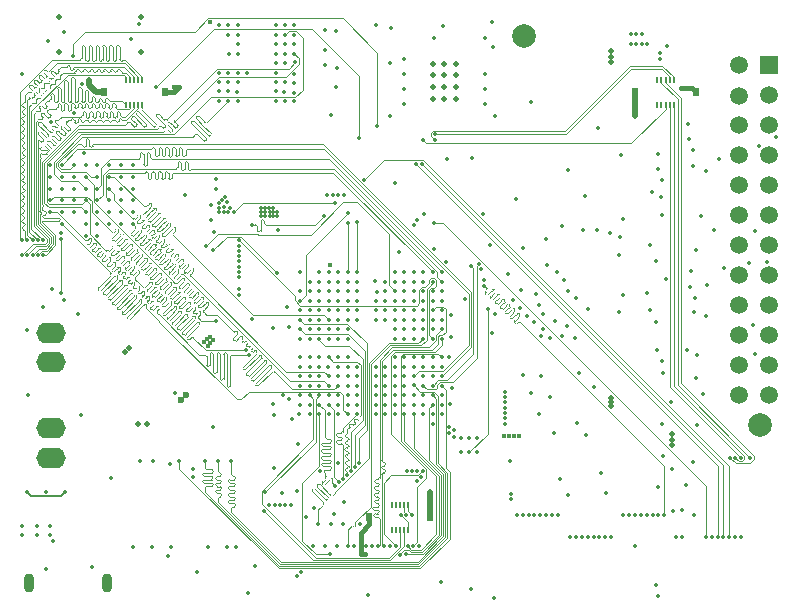
<source format=gbl>
G04*
G04 #@! TF.GenerationSoftware,Altium Limited,Altium Designer,19.0.11 (319)*
G04*
G04 Layer_Physical_Order=6*
G04 Layer_Color=16711680*
%FSLAX44Y44*%
%MOMM*%
G71*
G01*
G75*
%ADD12C,0.1000*%
%ADD29R,0.4900X0.7600*%
%ADD30R,0.1800X0.4800*%
%ADD32C,0.5000*%
%ADD45C,0.4000*%
%ADD90C,0.0889*%
%ADD92C,0.5000*%
%ADD94C,0.4000*%
%ADD95C,0.1689*%
%ADD96C,0.0890*%
%ADD97C,0.1458*%
%ADD100O,2.5000X1.7500*%
%ADD101C,1.5000*%
%ADD102R,1.5000X1.5000*%
%ADD103C,2.0000*%
%ADD104O,0.9000X1.6000*%
%ADD105C,0.3500*%
%ADD106C,0.6000*%
D12*
X58700Y483200D02*
X151407D01*
X162832Y494625D02*
X276575D01*
X151407Y483200D02*
X162832Y494625D01*
X276575D02*
X306000Y465200D01*
Y403500D02*
Y465200D01*
X48500Y473000D02*
X58700Y483200D01*
X48500Y462500D02*
Y473000D01*
X178389Y309889D02*
X190111D01*
X166750Y298250D02*
X178389Y309889D01*
X190111D02*
X220750Y279250D01*
D29*
X125800Y432000D02*
D03*
X74200D02*
D03*
X350800Y72000D02*
D03*
X299200D02*
D03*
X524200Y432000D02*
D03*
X575800D02*
D03*
D30*
X107000Y421400D02*
D03*
Y442600D02*
D03*
X103500Y421400D02*
D03*
Y442600D02*
D03*
X100000Y421400D02*
D03*
Y442600D02*
D03*
X96500Y421400D02*
D03*
Y442600D02*
D03*
X93000Y421400D02*
D03*
Y442600D02*
D03*
X332000Y61400D02*
D03*
Y82600D02*
D03*
X328500Y61400D02*
D03*
Y82600D02*
D03*
X325000Y61400D02*
D03*
Y82600D02*
D03*
X321500Y61400D02*
D03*
Y82600D02*
D03*
X318000Y61400D02*
D03*
Y82600D02*
D03*
X543000Y442600D02*
D03*
Y421400D02*
D03*
X546500Y442600D02*
D03*
Y421400D02*
D03*
X550000Y442600D02*
D03*
Y421400D02*
D03*
X553500Y442600D02*
D03*
Y421400D02*
D03*
X557000Y442600D02*
D03*
Y421400D02*
D03*
D32*
X350599Y93800D02*
D03*
X350750Y88750D02*
D03*
X504000Y169500D02*
D03*
Y173500D02*
D03*
X555500Y143000D02*
D03*
Y138000D02*
D03*
X504000Y166000D02*
D03*
X503950Y467300D02*
D03*
Y462300D02*
D03*
Y457300D02*
D03*
X524200Y412300D02*
D03*
Y417300D02*
D03*
Y422300D02*
D03*
X111000Y151250D02*
D03*
X103500D02*
D03*
X96005Y215760D02*
D03*
X92000Y211750D02*
D03*
X62000Y442000D02*
D03*
X67750Y432000D02*
D03*
X555500Y133000D02*
D03*
X352750Y456250D02*
D03*
X362750D02*
D03*
X372750D02*
D03*
X352750Y446250D02*
D03*
X362750D02*
D03*
X372750D02*
D03*
X352750Y436250D02*
D03*
X362750D02*
D03*
X372750D02*
D03*
X352750Y426250D02*
D03*
X362750D02*
D03*
X372750D02*
D03*
X106250Y495500D02*
D03*
Y465900D02*
D03*
X36500Y495500D02*
D03*
Y465900D02*
D03*
D45*
X417500Y141000D02*
D03*
X413250D02*
D03*
X421500D02*
D03*
X265750Y286000D02*
D03*
X425500Y141000D02*
D03*
X164236Y491236D02*
D03*
X159000Y220250D02*
D03*
X162250Y217000D02*
D03*
X161750Y222750D02*
D03*
X164000Y224750D02*
D03*
X164250Y219750D02*
D03*
X167000Y222000D02*
D03*
X133500Y436250D02*
D03*
X138000D02*
D03*
X295750Y41250D02*
D03*
X291750D02*
D03*
D90*
X149084Y367140D02*
G03*
X148750Y366806I0J-334D01*
G01*
X147306Y365361D02*
G03*
X148750Y366806I0J1444D01*
G01*
X145861D02*
G03*
X147306Y365361I1444J0D01*
G01*
X145861Y371861D02*
G03*
X144417Y373305I-1444J0D01*
G01*
D02*
G03*
X142972Y371861I0J-1444D01*
G01*
X141528Y365361D02*
G03*
X142972Y366806I0J1444D01*
G01*
X140083D02*
G03*
X141528Y365361I1444J0D01*
G01*
X140083Y371861D02*
G03*
X138639Y373305I-1444J0D01*
G01*
D02*
G03*
X137194Y371861I0J-1444D01*
G01*
X135750Y367140D02*
G03*
X137194Y368584I0J1444D01*
G01*
X113862Y376806D02*
G03*
X115306Y375362I1444J0D01*
G01*
X113862Y379611D02*
G03*
X112417Y381055I-1444J0D01*
G01*
D02*
G03*
X110972Y379611I0J-1444D01*
G01*
X109528Y369195D02*
G03*
X110972Y370639I0J1444D01*
G01*
X108083D02*
G03*
X109528Y369195I1444J0D01*
G01*
X108083Y379611D02*
G03*
X106639Y381055I-1444J0D01*
G01*
D02*
G03*
X105195Y379611I0J-1444D01*
G01*
X103750Y375362D02*
G03*
X105195Y376806I0J1444D01*
G01*
X133501Y363583D02*
G03*
X132057Y362139I0J-1444D01*
G01*
X130612Y357695D02*
G03*
X132057Y359139I0J1444D01*
G01*
X129167D02*
G03*
X130612Y357695I1444J0D01*
G01*
X129167Y363583D02*
G03*
X127945Y364805I-1222J0D01*
G01*
X127500D02*
G03*
X126278Y363583I0J-1222D01*
G01*
X124834Y357695D02*
G03*
X126278Y359139I0J1444D01*
G01*
X123390D02*
G03*
X124834Y357695I1444J0D01*
G01*
X123390Y363583D02*
G03*
X122168Y364805I-1222J0D01*
G01*
X121722D02*
G03*
X120500Y363583I0J-1222D01*
G01*
X119056Y357695D02*
G03*
X120500Y359139I0J1444D01*
G01*
X117612D02*
G03*
X119056Y357695I1444J0D01*
G01*
X117612Y363583D02*
G03*
X116390Y364805I-1222J0D01*
G01*
X115944D02*
G03*
X114722Y363583I0J-1222D01*
G01*
X113278Y357695D02*
G03*
X114722Y359139I0J1444D01*
G01*
X111833D02*
G03*
X113278Y357695I1444J0D01*
G01*
X111833Y363583D02*
G03*
X110611Y364805I-1222J0D01*
G01*
X110167D02*
G03*
X108945Y363583I0J-1222D01*
G01*
X66250Y388000D02*
G03*
X65140Y386890I0J-1110D01*
G01*
X63695Y385361D02*
G03*
X65140Y386806I0J1444D01*
G01*
X62251D02*
G03*
X63695Y385361I1444J0D01*
G01*
X62251Y391278D02*
G03*
X60806Y392722I-1444J0D01*
G01*
D02*
G03*
X59362Y391278I0J-1444D01*
G01*
X57917Y385361D02*
G03*
X59362Y386806I0J1444D01*
G01*
X56473D02*
G03*
X57917Y385361I1444J0D01*
G01*
X56473Y386806D02*
G03*
X55278Y388000I-1194J0D01*
G01*
X145250Y383583D02*
G03*
X143834Y382168I0J-1416D01*
G01*
X142390Y377139D02*
G03*
X143834Y378584I0J1444D01*
G01*
X140946D02*
G03*
X142390Y377139I1444J0D01*
G01*
X140946Y384028D02*
G03*
X139501Y385472I-1444J0D01*
G01*
D02*
G03*
X138056Y384028I0J-1444D01*
G01*
X136612Y377139D02*
G03*
X138056Y378584I0J1444D01*
G01*
X135168D02*
G03*
X136612Y377139I1444J0D01*
G01*
X135168Y384028D02*
G03*
X133723Y385472I-1444J0D01*
G01*
D02*
G03*
X132278Y384028I0J-1444D01*
G01*
X130834Y377139D02*
G03*
X132278Y378584I0J1444D01*
G01*
X129389D02*
G03*
X130834Y377139I1444J0D01*
G01*
X129389Y384028D02*
G03*
X127945Y385472I-1444J0D01*
G01*
D02*
G03*
X126501Y384028I0J-1444D01*
G01*
X125056Y377139D02*
G03*
X126501Y378584I0J1444D01*
G01*
X123611D02*
G03*
X125056Y377139I1444J0D01*
G01*
X123611Y384028D02*
G03*
X122167Y385472I-1444J0D01*
G01*
D02*
G03*
X120723Y384028I0J-1444D01*
G01*
X119278Y377139D02*
G03*
X120723Y378584I0J1444D01*
G01*
X117833D02*
G03*
X119278Y377139I1444J0D01*
G01*
X117833Y384028D02*
G03*
X116389Y385472I-1444J0D01*
G01*
D02*
G03*
X114944Y384028I0J-1444D01*
G01*
X114500Y383583D02*
G03*
X114944Y384028I0J444D01*
G01*
X90029Y408325D02*
G03*
X88585Y409770I-1444J0D01*
G01*
D02*
G03*
X87140Y408325I0J-1444D01*
G01*
X85696Y406278D02*
G03*
X87140Y407722I0J1444D01*
G01*
X84251D02*
G03*
X85696Y406278I1444J0D01*
G01*
X84251Y407722D02*
G03*
X83724Y408250I-528J0D01*
G01*
X81890D02*
G03*
X81362Y407722I0J-528D01*
G01*
X79918Y406278D02*
G03*
X81362Y407722I0J1444D01*
G01*
X78474D02*
G03*
X79918Y406278I1444J0D01*
G01*
X78474Y407722D02*
G03*
X77946Y408250I-528J0D01*
G01*
X76112D02*
G03*
X75585Y407722I0J-528D01*
G01*
X74140Y406278D02*
G03*
X75585Y407722I0J1444D01*
G01*
X72695D02*
G03*
X74140Y406278I1444J0D01*
G01*
X72695Y407722D02*
G03*
X72168Y408250I-528J0D01*
G01*
X70334D02*
G03*
X69806Y407722I0J-528D01*
G01*
X68362Y406278D02*
G03*
X69806Y407722I0J1444D01*
G01*
X66918D02*
G03*
X68362Y406278I1444J0D01*
G01*
X66918Y407722D02*
G03*
X66390Y408250I-528J0D01*
G01*
X64556D02*
G03*
X64029Y407722I0J-528D01*
G01*
X62584Y406278D02*
G03*
X64029Y407722I0J1444D01*
G01*
X61139D02*
G03*
X62584Y406278I1444J0D01*
G01*
X61139Y407722D02*
G03*
X60612Y408250I-528J0D01*
G01*
X58778D02*
G03*
X58250Y407722I0J-528D01*
G01*
X56806Y406278D02*
G03*
X58250Y407722I0J1444D01*
G01*
X55361D02*
G03*
X56806Y406278I1444J0D01*
G01*
X55361Y408250D02*
G03*
X53973Y409639I-1389J0D01*
G01*
X53861D02*
G03*
X52473Y408250I0J-1389D01*
G01*
X51028Y405030D02*
G03*
X52473Y406474I0J1444D01*
G01*
X49584D02*
G03*
X51028Y405030I1444J0D01*
G01*
X49584Y408250D02*
G03*
X48195Y409639I-1389J0D01*
G01*
X48083D02*
G03*
X46694Y408250I0J-1389D01*
G01*
X20250Y328165D02*
G03*
X20993Y328907I0J742D01*
G01*
Y330311D02*
G03*
X20250Y331054I-742J0D01*
G01*
X20387Y374389D02*
G03*
X21831Y375833I0J1444D01*
G01*
D02*
G03*
X20387Y377277I-1444J0D01*
G01*
X21695Y380167D02*
G03*
X20250Y378722I0J-1444D01*
G01*
X26165Y380167D02*
G03*
X27609Y381611I0J1444D01*
G01*
D02*
G03*
X26165Y383055I-1444J0D01*
G01*
X20250Y384500D02*
G03*
X21695Y383055I1444J0D01*
G01*
X42721Y406971D02*
G03*
X42721Y404928I1021J-1021D01*
G01*
X46102Y399505D02*
G03*
X46102Y401548I-1021J1021D01*
G01*
X44059Y399505D02*
G03*
X46102Y399505I1021J1021D01*
G01*
X40678Y402886D02*
G03*
X38635Y402886I-1021J-1021D01*
G01*
D02*
G03*
X38635Y400843I1021J-1021D01*
G01*
X42016Y395419D02*
G03*
X42016Y397462I-1021J1021D01*
G01*
X39973Y395419D02*
G03*
X42016Y395419I1021J1021D01*
G01*
X36593Y398800D02*
G03*
X34550Y398800I-1021J-1021D01*
G01*
D02*
G03*
X34550Y396757I1021J-1021D01*
G01*
X37930Y391334D02*
G03*
X37930Y393377I-1021J1021D01*
G01*
X35887Y391334D02*
G03*
X37930Y391334I1021J1021D01*
G01*
X32507Y394714D02*
G03*
X30464Y394714I-1021J-1021D01*
G01*
X30464Y394714D02*
G03*
X30464Y392671I1021J-1021D01*
G01*
X33845Y387248D02*
G03*
X33845Y389291I-1021J1021D01*
G01*
X31802Y387248D02*
G03*
X33845Y387248I1021J1021D01*
G01*
X28421Y390629D02*
G03*
X26379Y390629I-1021J-1021D01*
G01*
D02*
G03*
X26379Y388586I1021J-1021D01*
G01*
X29759Y383162D02*
G03*
X29759Y385205I-1021J1021D01*
G01*
X27716Y383162D02*
G03*
X29759Y383162I1021J1021D01*
G01*
X24336Y386543D02*
G03*
X22293Y386543I-1021J-1021D01*
G01*
X309618Y120018D02*
G03*
X311063Y118573I1444J0D01*
G01*
X313055Y117129D02*
G03*
X311611Y118573I-1444J0D01*
G01*
Y115684D02*
G03*
X313055Y117129I0J1444D01*
G01*
X311063Y115684D02*
G03*
X309618Y114240I0J-1444D01*
G01*
D02*
G03*
X311063Y112795I1444J0D01*
G01*
X313055Y111351D02*
G03*
X311611Y112795I-1444J0D01*
G01*
Y109906D02*
G03*
X313055Y111351I0J1444D01*
G01*
X311063Y109906D02*
G03*
X309618Y108462I0J-1444D01*
G01*
X307840Y70943D02*
G03*
X306396Y72388I-1444J0D01*
G01*
X302983Y73832D02*
G03*
X304428Y72388I1444J0D01*
G01*
Y75277D02*
G03*
X302983Y73832I0J-1444D01*
G01*
X306396Y75277D02*
G03*
X307840Y76721I0J1444D01*
G01*
D02*
G03*
X306396Y78166I-1444J0D01*
G01*
X301786Y79610D02*
G03*
X303231Y78166I1444J0D01*
G01*
Y81054D02*
G03*
X301786Y79610I0J-1444D01*
G01*
X306396Y81054D02*
G03*
X307840Y82499I0J1444D01*
G01*
D02*
G03*
X306396Y83944I-1444J0D01*
G01*
X303396Y85388D02*
G03*
X304841Y83944I1444J0D01*
G01*
Y86833D02*
G03*
X303396Y85388I0J-1444D01*
G01*
X306396Y86833D02*
G03*
X307840Y88277I0J1444D01*
G01*
D02*
G03*
X306396Y89721I-1444J0D01*
G01*
X303396Y91166D02*
G03*
X304841Y89721I1444J0D01*
G01*
Y92611D02*
G03*
X303396Y91166I0J-1444D01*
G01*
X306396Y92611D02*
G03*
X307840Y94055I0J1444D01*
G01*
D02*
G03*
X306396Y95499I-1444J0D01*
G01*
X303396Y96944D02*
G03*
X304841Y95499I1444J0D01*
G01*
Y98389D02*
G03*
X303396Y96944I0J-1444D01*
G01*
X306396Y98389D02*
G03*
X307840Y99833I0J1444D01*
G01*
D02*
G03*
X306396Y101278I-1444J0D01*
G01*
X303396Y102722D02*
G03*
X304841Y101278I1444J0D01*
G01*
Y104166D02*
G03*
X303396Y102722I0J-1444D01*
G01*
X306396Y104166D02*
G03*
X307840Y105611I0J1444D01*
G01*
X276750Y133120D02*
G03*
X275306Y134565I-1444J0D01*
G01*
X270879Y136009D02*
G03*
X272323Y134565I1444J0D01*
G01*
Y137453D02*
G03*
X270879Y136009I0J-1444D01*
G01*
X275306Y137453D02*
G03*
X276750Y138898I0J1444D01*
G01*
D02*
G03*
X275306Y140343I-1444J0D01*
G01*
X270879Y141787D02*
G03*
X272323Y140343I1444J0D01*
G01*
Y143231D02*
G03*
X270879Y141787I0J-1444D01*
G01*
X275306Y143231D02*
G03*
X276750Y144676I0J1444D01*
G01*
X427142Y237358D02*
G03*
X425100Y237358I-1021J-1021D01*
G01*
X422296Y236597D02*
G03*
X424339Y236597I1021J1021D01*
G01*
X422296Y238640D02*
G03*
X422296Y236597I1021J-1021D01*
G01*
X426117Y242461D02*
G03*
X426117Y244504I-1021J1021D01*
G01*
D02*
G03*
X424075Y244504I-1021J-1021D01*
G01*
X418211Y240683D02*
G03*
X420254Y240683I1021J1021D01*
G01*
X418211Y242726D02*
G03*
X418211Y240683I1021J-1021D01*
G01*
X422032Y246547D02*
G03*
X422032Y248589I-1021J1021D01*
G01*
D02*
G03*
X419989Y248589I-1021J-1021D01*
G01*
X414125Y244769D02*
G03*
X416168Y244769I1021J1021D01*
G01*
X414125Y246811D02*
G03*
X414125Y244769I1021J-1021D01*
G01*
X417946Y250632D02*
G03*
X417946Y252675I-1021J1021D01*
G01*
D02*
G03*
X415903Y252675I-1021J-1021D01*
G01*
X410039Y248854D02*
G03*
X412082Y248854I1021J1021D01*
G01*
X410039Y250897D02*
G03*
X410039Y248854I1021J-1021D01*
G01*
X413860Y254718D02*
G03*
X413860Y256761I-1021J1021D01*
G01*
D02*
G03*
X411818Y256761I-1021J-1021D01*
G01*
X405954Y252940D02*
G03*
X407997Y252940I1021J1021D01*
G01*
X405954Y254983D02*
G03*
X405954Y252940I1021J-1021D01*
G01*
X409775Y258804D02*
G03*
X409775Y260847I-1021J1021D01*
G01*
D02*
G03*
X407732Y260847I-1021J-1021D01*
G01*
X401868Y257026D02*
G03*
X403911Y257026I1021J1021D01*
G01*
X401868Y259068D02*
G03*
X401868Y257026I1021J-1021D01*
G01*
X405689Y262889D02*
G03*
X405689Y264932I-1021J1021D01*
G01*
D02*
G03*
X403646Y264932I-1021J-1021D01*
G01*
X397782Y261111D02*
G03*
X399825Y261111I1021J1021D01*
G01*
X397782Y263154D02*
G03*
X397782Y261111I1021J-1021D01*
G01*
X398543Y263914D02*
G03*
X398543Y265957I-1021J1021D01*
G01*
X261618Y139779D02*
G03*
X263063Y138335I1444J0D01*
G01*
X267323Y136890D02*
G03*
X265879Y138335I-1444J0D01*
G01*
Y135445D02*
G03*
X267323Y136890I0J1444D01*
G01*
X259924Y135445D02*
G03*
X258480Y134001I0J-1444D01*
G01*
D02*
G03*
X259924Y132556I1444J0D01*
G01*
X267323Y131112D02*
G03*
X265879Y132556I-1444J0D01*
G01*
Y129668D02*
G03*
X267323Y131112I0J1444D01*
G01*
X259924Y129668D02*
G03*
X258480Y128223I0J-1444D01*
G01*
D02*
G03*
X259924Y126778I1444J0D01*
G01*
X267323Y125334D02*
G03*
X265879Y126778I-1444J0D01*
G01*
Y123890D02*
G03*
X267323Y125334I0J1444D01*
G01*
X259924Y123890D02*
G03*
X258480Y122445I0J-1444D01*
G01*
D02*
G03*
X259924Y121000I1444J0D01*
G01*
X267323Y119556D02*
G03*
X265879Y121000I-1444J0D01*
G01*
Y118111D02*
G03*
X267323Y119556I0J1444D01*
G01*
X259924Y118111D02*
G03*
X258480Y116667I0J-1444D01*
G01*
D02*
G03*
X259924Y115223I1444J0D01*
G01*
X267323Y113778D02*
G03*
X265879Y115223I-1444J0D01*
G01*
Y112333D02*
G03*
X267323Y113778I0J1444D01*
G01*
X261618Y112333D02*
G03*
X260555Y111270I0J-1063D01*
G01*
Y110508D02*
G03*
X261618Y109445I1063J0D01*
G01*
X262079Y104879D02*
G03*
X262079Y106921I-1021J1021D01*
G01*
X259559Y102358D02*
G03*
X259559Y100316I1021J-1021D01*
G01*
D02*
G03*
X261602Y100316I1021J1021D01*
G01*
X268032Y104704D02*
G03*
X265989Y104704I-1021J-1021D01*
G01*
X268032Y102661D02*
G03*
X268032Y104704I-1021J1021D01*
G01*
X268032Y102661D02*
G03*
X268032Y100968I847J-847D01*
G01*
X280500Y110314D02*
G03*
X279972Y110842I-528J0D01*
G01*
X278528Y112286D02*
G03*
X279972Y110842I1444J0D01*
G01*
Y113731D02*
G03*
X278528Y112286I0J-1444D01*
G01*
X280500Y113731D02*
G03*
X281889Y115120I0J1389D01*
G01*
Y115231D02*
G03*
X280500Y116620I-1389J0D01*
G01*
X278528Y118064D02*
G03*
X279972Y116620I1444J0D01*
G01*
Y119509D02*
G03*
X278528Y118064I0J-1444D01*
G01*
X280500Y119509D02*
G03*
X281889Y120898I0J1389D01*
G01*
Y121009D02*
G03*
X280500Y122398I-1389J0D01*
G01*
X278528Y123842D02*
G03*
X279972Y122398I1444J0D01*
G01*
Y125287D02*
G03*
X278528Y123842I0J-1444D01*
G01*
X280500Y125287D02*
G03*
X281889Y126676I0J1389D01*
G01*
Y126787D02*
G03*
X280500Y128176I-1389J0D01*
G01*
X278528Y129620D02*
G03*
X279972Y128176I1444J0D01*
G01*
Y131065D02*
G03*
X278528Y129620I0J-1444D01*
G01*
X280500Y131065D02*
G03*
X281889Y132454I0J1389D01*
G01*
Y132565D02*
G03*
X280500Y133954I-1389J0D01*
G01*
X278528Y135398D02*
G03*
X279972Y133954I1444J0D01*
G01*
Y136843D02*
G03*
X278528Y135398I0J-1444D01*
G01*
X280500Y136843D02*
G03*
X281889Y138232I0J1389D01*
G01*
Y138343D02*
G03*
X280500Y139732I-1389J0D01*
G01*
X278528Y141176D02*
G03*
X279972Y139732I1444J0D01*
G01*
Y142621D02*
G03*
X278528Y141176I0J-1444D01*
G01*
X279972Y142621D02*
G03*
X280500Y143149I0J528D01*
G01*
X291266Y157721D02*
G03*
X291266Y156573I574J-574D01*
G01*
X291266Y154530D02*
G03*
X291266Y156573I-1021J1021D01*
G01*
X289224Y154530D02*
G03*
X291266Y154530I1021J1021D01*
G01*
X288650Y155104D02*
G03*
X286803Y155104I-923J-923D01*
G01*
X286607Y154908D02*
G03*
X286607Y153061I923J-923D01*
G01*
X287181Y150445D02*
G03*
X287181Y152488I-1021J1021D01*
G01*
X285138Y150445D02*
G03*
X287181Y150445I1021J1021D01*
G01*
X284564Y151018D02*
G03*
X282718Y151018I-923J-923D01*
G01*
X282521Y150822D02*
G03*
X282521Y148976I923J-923D01*
G01*
X182250Y108462D02*
G03*
X183694Y107017I1444J0D01*
G01*
X186055Y105573D02*
G03*
X184611Y107017I-1444J0D01*
G01*
Y104128D02*
G03*
X186055Y105573I0J1444D01*
G01*
X181139Y104128D02*
G03*
X179695Y102684I0J-1444D01*
G01*
D02*
G03*
X181139Y101239I1444J0D01*
G01*
X186055Y99795D02*
G03*
X184611Y101239I-1444J0D01*
G01*
Y98350D02*
G03*
X186055Y99795I0J1444D01*
G01*
X181139Y98350D02*
G03*
X179695Y96906I0J-1444D01*
G01*
D02*
G03*
X181139Y95461I1444J0D01*
G01*
X186055Y94017D02*
G03*
X184611Y95461I-1444J0D01*
G01*
Y92572D02*
G03*
X186055Y94017I0J1444D01*
G01*
X181139Y92572D02*
G03*
X179695Y91128I0J-1444D01*
G01*
D02*
G03*
X181139Y89683I1444J0D01*
G01*
X186055Y88239D02*
G03*
X184611Y89683I-1444J0D01*
G01*
Y86794D02*
G03*
X186055Y88239I0J1444D01*
G01*
X181139Y86794D02*
G03*
X179695Y85350I0J-1444D01*
G01*
D02*
G03*
X181139Y83905I1444J0D01*
G01*
X186055Y82461D02*
G03*
X184611Y83905I-1444J0D01*
G01*
Y81016D02*
G03*
X186055Y82461I0J1444D01*
G01*
X183694Y81016D02*
G03*
X182250Y79572I0J-1444D01*
G01*
X160000Y113750D02*
G03*
X161068Y112682I1068J0D01*
G01*
X167305Y111238D02*
G03*
X165861Y112682I-1444J0D01*
G01*
Y109793D02*
G03*
X167305Y111238I0J1444D01*
G01*
X159139Y109793D02*
G03*
X157695Y108349I0J-1444D01*
G01*
D02*
G03*
X159139Y106904I1444J0D01*
G01*
X167167Y105460D02*
G03*
X165723Y106904I-1444J0D01*
G01*
Y104015D02*
G03*
X167167Y105460I0J1444D01*
G01*
X159139Y104015D02*
G03*
X157695Y102571I0J-1444D01*
G01*
D02*
G03*
X159139Y101126I1444J0D01*
G01*
X167167Y99682D02*
G03*
X165723Y101126I-1444J0D01*
G01*
Y98237D02*
G03*
X167167Y99682I0J1444D01*
G01*
X161444Y98237D02*
G03*
X160000Y96793I0J-1444D01*
G01*
X171250Y111169D02*
G03*
X172694Y109725I1444J0D01*
G01*
X174305Y108280D02*
G03*
X172861Y109725I-1444J0D01*
G01*
Y106836D02*
G03*
X174305Y108280I0J1444D01*
G01*
X170389Y106836D02*
G03*
X168945Y105391I0J-1444D01*
G01*
D02*
G03*
X170389Y103947I1444J0D01*
G01*
X174305Y102502D02*
G03*
X172861Y103947I-1444J0D01*
G01*
Y101058D02*
G03*
X174305Y102502I0J1444D01*
G01*
X170389Y101058D02*
G03*
X168945Y99613I0J-1444D01*
G01*
D02*
G03*
X170389Y98169I1444J0D01*
G01*
X174305Y96724D02*
G03*
X172861Y98169I-1444J0D01*
G01*
Y95280D02*
G03*
X174305Y96724I0J1444D01*
G01*
X170389Y95280D02*
G03*
X168945Y93835I0J-1444D01*
G01*
D02*
G03*
X170389Y92391I1444J0D01*
G01*
X174305Y90946D02*
G03*
X172861Y92391I-1444J0D01*
G01*
Y89502D02*
G03*
X174305Y90946I0J1444D01*
G01*
X172694Y89502D02*
G03*
X171250Y88057I0J-1444D01*
G01*
X210112Y321194D02*
G03*
X211556Y319750I1444J0D01*
G01*
X210112Y323066D02*
G03*
X208667Y324511I-1444J0D01*
G01*
D02*
G03*
X207222Y323066I0J-1444D01*
G01*
X205778Y313500D02*
G03*
X207222Y314945I0J1444D01*
G01*
X204333D02*
G03*
X205778Y313500I1444J0D01*
G01*
X204333Y318305D02*
G03*
X202889Y319750I-1444J0D01*
G01*
X24910Y423340D02*
G03*
X24910Y421739I801J-801D01*
G01*
X26052Y418553D02*
G03*
X26052Y420596I-1021J1021D01*
G01*
X24009Y418553D02*
G03*
X26052Y418553I1021J1021D01*
G01*
X22066Y420497D02*
G03*
X20261Y420497I-903J-903D01*
G01*
X20023Y420259D02*
G03*
X20023Y418454I903J-903D01*
G01*
X20742Y415693D02*
G03*
X20742Y417735I-1021J1021D01*
G01*
X18699Y415693D02*
G03*
X20742Y415693I1021J1021D01*
G01*
X18699Y415693D02*
G03*
X17262Y415693I-718J-718D01*
G01*
X28055Y424517D02*
G03*
X29500Y425961I0J1444D01*
G01*
X30944Y430582D02*
G03*
X29500Y429138I0J-1444D01*
G01*
X32389D02*
G03*
X30944Y430582I-1444J0D01*
G01*
X32389Y424517D02*
G03*
X32976Y423930I587J0D01*
G01*
X34691D02*
G03*
X35278Y424517I0J587D01*
G01*
X36722Y436360D02*
G03*
X35278Y434916I0J-1444D01*
G01*
X38167D02*
G03*
X36722Y436360I-1444J0D01*
G01*
X38167Y424517D02*
G03*
X38754Y423930I587J0D01*
G01*
X40469D02*
G03*
X41056Y424517I0J587D01*
G01*
X42500Y442138D02*
G03*
X41056Y440694I0J-1444D01*
G01*
X43945D02*
G03*
X42500Y442138I-1444J0D01*
G01*
X43945Y424517D02*
G03*
X44532Y423930I587J0D01*
G01*
X46247D02*
G03*
X46834Y424517I0J587D01*
G01*
X48278Y444972D02*
G03*
X46834Y443528I0J-1444D01*
G01*
X49723D02*
G03*
X48278Y444972I-1444J0D01*
G01*
X49723Y424517D02*
G03*
X50310Y423930I587J0D01*
G01*
X52025D02*
G03*
X52612Y424517I0J587D01*
G01*
X54056Y436496D02*
G03*
X52612Y435051I0J-1444D01*
G01*
X55501D02*
G03*
X54056Y436496I-1444J0D01*
G01*
X55501Y424517D02*
G03*
X56088Y423930I587J0D01*
G01*
X57803D02*
G03*
X58390Y424517I0J587D01*
G01*
X59834Y433897D02*
G03*
X58390Y432452I0J-1444D01*
G01*
X61279D02*
G03*
X59834Y433897I-1444J0D01*
G01*
X61279Y424517D02*
G03*
X61866Y423930I587J0D01*
G01*
X63581D02*
G03*
X64168Y424517I0J587D01*
G01*
X65612Y428619D02*
G03*
X64168Y427175I0J-1444D01*
G01*
X67057D02*
G03*
X65612Y428619I-1444J0D01*
G01*
X67057Y424517D02*
G03*
X67644Y423930I587J0D01*
G01*
X69359D02*
G03*
X69946Y424517I0J587D01*
G01*
X71390Y426890D02*
G03*
X69946Y425446I0J-1444D01*
G01*
X72835D02*
G03*
X71390Y426890I-1444J0D01*
G01*
X72835Y424517D02*
G03*
X73422Y423930I587J0D01*
G01*
X75137D02*
G03*
X75724Y424517I0J587D01*
G01*
X77168Y426916D02*
G03*
X75724Y425471I0J-1444D01*
G01*
X78613D02*
G03*
X77168Y426916I-1444J0D01*
G01*
X78613Y425471D02*
G03*
X79567Y424517I955J0D01*
G01*
X84391Y419258D02*
G03*
X85835Y417813I1444J0D01*
G01*
X84391Y421295D02*
G03*
X82946Y422739I-1444J0D01*
G01*
D02*
G03*
X81502Y421295I0J-1444D01*
G01*
X80057Y417813D02*
G03*
X81502Y419258I0J1444D01*
G01*
X78613D02*
G03*
X80057Y417813I1444J0D01*
G01*
X78613Y421295D02*
G03*
X77168Y422739I-1444J0D01*
G01*
D02*
G03*
X75724Y421295I0J-1444D01*
G01*
X74279Y417813D02*
G03*
X75724Y419258I0J1444D01*
G01*
X72835D02*
G03*
X74279Y417813I1444J0D01*
G01*
X72835Y421295D02*
G03*
X71390Y422739I-1444J0D01*
G01*
D02*
G03*
X69946Y421295I0J-1444D01*
G01*
X68501Y417813D02*
G03*
X69946Y419258I0J1444D01*
G01*
X67057D02*
G03*
X68501Y417813I1444J0D01*
G01*
X67057Y421295D02*
G03*
X65612Y422739I-1444J0D01*
G01*
D02*
G03*
X64168Y421295I0J-1444D01*
G01*
X62723Y417813D02*
G03*
X64168Y419258I0J1444D01*
G01*
X61279D02*
G03*
X62723Y417813I1444J0D01*
G01*
X61279Y421295D02*
G03*
X59834Y422739I-1444J0D01*
G01*
D02*
G03*
X58390Y421295I0J-1444D01*
G01*
X56945Y417813D02*
G03*
X58390Y419258I0J1444D01*
G01*
X55501D02*
G03*
X56945Y417813I1444J0D01*
G01*
X55501Y421295D02*
G03*
X54056Y422739I-1444J0D01*
G01*
D02*
G03*
X52612Y421295I0J-1444D01*
G01*
X51167Y417813D02*
G03*
X52612Y419258I0J1444D01*
G01*
X49723D02*
G03*
X51167Y417813I1444J0D01*
G01*
X49723Y421295D02*
G03*
X48278Y422739I-1444J0D01*
G01*
D02*
G03*
X46834Y421295I0J-1444D01*
G01*
X45389Y415695D02*
G03*
X46834Y417139I0J1444D01*
G01*
X43945D02*
G03*
X45389Y415695I1444J0D01*
G01*
X43945Y421295D02*
G03*
X42500Y422739I-1444J0D01*
G01*
D02*
G03*
X41056Y421295I0J-1444D01*
G01*
X39611Y415695D02*
G03*
X41056Y417139I0J1444D01*
G01*
X38167D02*
G03*
X39611Y415695I1444J0D01*
G01*
X38167Y421295D02*
G03*
X36722Y422739I-1444J0D01*
G01*
D02*
G03*
X35278Y421295I0J-1444D01*
G01*
X33833Y417813D02*
G03*
X35278Y419258I0J1444D01*
G01*
X26908Y416895D02*
G03*
X26908Y414853I1021J-1021D01*
G01*
X29308Y410410D02*
G03*
X29308Y412453I-1021J1021D01*
G01*
X27266Y410410D02*
G03*
X29308Y410410I1021J1021D01*
G01*
X23616Y414059D02*
G03*
X21573Y414059I-1021J-1021D01*
G01*
D02*
G03*
X21573Y412016I1021J-1021D01*
G01*
X22681Y408866D02*
G03*
X22681Y410908I-1021J1021D01*
G01*
X20638Y408866D02*
G03*
X22681Y408866I1021J1021D01*
G01*
X20638D02*
G03*
X18878Y408866I-880J-880D01*
G01*
X88751Y449972D02*
G03*
X90196Y448528I1444J0D01*
G01*
X88751Y450278D02*
G03*
X87307Y451722I-1444J0D01*
G01*
D02*
G03*
X85862Y450278I0J-1444D01*
G01*
X84418Y448528D02*
G03*
X85862Y449972I0J1444D01*
G01*
X82973D02*
G03*
X84418Y448528I1444J0D01*
G01*
X82973Y450278D02*
G03*
X81529Y451722I-1444J0D01*
G01*
D02*
G03*
X80084Y450278I0J-1444D01*
G01*
X78640Y448528D02*
G03*
X80084Y449972I0J1444D01*
G01*
X77196D02*
G03*
X78640Y448528I1444J0D01*
G01*
X77196Y450278D02*
G03*
X75751Y451722I-1444J0D01*
G01*
D02*
G03*
X74307Y450278I0J-1444D01*
G01*
X72862Y448528D02*
G03*
X74307Y449972I0J1444D01*
G01*
X71417D02*
G03*
X72862Y448528I1444J0D01*
G01*
X71417Y450278D02*
G03*
X69973Y451722I-1444J0D01*
G01*
D02*
G03*
X68528Y450278I0J-1444D01*
G01*
X67084Y448528D02*
G03*
X68528Y449972I0J1444D01*
G01*
X65640D02*
G03*
X67084Y448528I1444J0D01*
G01*
X65640Y450278D02*
G03*
X64195Y451722I-1444J0D01*
G01*
D02*
G03*
X62751Y450278I0J-1444D01*
G01*
X61306Y448528D02*
G03*
X62751Y449972I0J1444D01*
G01*
X59861D02*
G03*
X61306Y448528I1444J0D01*
G01*
X59861Y450278D02*
G03*
X58417Y451722I-1444J0D01*
G01*
D02*
G03*
X56972Y450278I0J-1444D01*
G01*
X55528Y448528D02*
G03*
X56972Y449972I0J1444D01*
G01*
X54083D02*
G03*
X55528Y448528I1444J0D01*
G01*
X54083Y450278D02*
G03*
X52639Y451722I-1444J0D01*
G01*
D02*
G03*
X51195Y450278I0J-1444D01*
G01*
X49750Y448528D02*
G03*
X51195Y449972I0J1444D01*
G01*
X37638Y446430D02*
G03*
X37638Y444945I743J-743D01*
G01*
Y442902D02*
G03*
X37638Y444945I-1021J1021D01*
G01*
X35595Y442902D02*
G03*
X37638Y442902I1021J1021D01*
G01*
X35595D02*
G03*
X34110Y442902I-743J-743D01*
G01*
X33552Y442345D02*
G03*
X33552Y440859I743J-743D01*
G01*
Y438816D02*
G03*
X33552Y440859I-1021J1021D01*
G01*
X31510Y438816D02*
G03*
X33552Y438816I1021J1021D01*
G01*
X31510D02*
G03*
X30024Y438816I-743J-743D01*
G01*
X29467Y438259D02*
G03*
X29467Y436774I743J-743D01*
G01*
Y434731D02*
G03*
X29467Y436774I-1021J1021D01*
G01*
X27424Y434731D02*
G03*
X29467Y434731I1021J1021D01*
G01*
X27424Y434731D02*
G03*
X25938Y434731I-743J-743D01*
G01*
X25381Y434173D02*
G03*
X25381Y432688I743J-743D01*
G01*
Y430645D02*
G03*
X25381Y432688I-1021J1021D01*
G01*
X23338Y430645D02*
G03*
X25381Y430645I1021J1021D01*
G01*
X23338D02*
G03*
X21853Y430645I-743J-743D01*
G01*
X21295Y430088D02*
G03*
X21295Y428602I743J-743D01*
G01*
Y426559D02*
G03*
X21295Y428602I-1021J1021D01*
G01*
X19253Y426559D02*
G03*
X21295Y426559I1021J1021D01*
G01*
X19253D02*
G03*
X17767Y426559I-743J-743D01*
G01*
X17210Y426002D02*
G03*
X17210Y424517I743J-743D01*
G01*
Y422474D02*
G03*
X17210Y424517I-1021J1021D01*
G01*
X15167Y422474D02*
G03*
X17210Y422474I1021J1021D01*
G01*
X15167Y422474D02*
G03*
X13681Y422474I-743J-743D01*
G01*
X44250Y454722D02*
G03*
X43028Y453500I0J-1222D01*
G01*
X45917D02*
G03*
X44694Y454722I-1222J0D01*
G01*
X45917Y451750D02*
G03*
X47361Y450305I1444J0D01*
G01*
D02*
G03*
X48805Y451750I0J1444D01*
G01*
X50250Y453500D02*
G03*
X48805Y452056I0J-1444D01*
G01*
X36139Y451889D02*
G03*
X36139Y449846I1021J-1021D01*
G01*
X36214Y447728D02*
G03*
X36214Y449771I-1021J1021D01*
G01*
X34171Y447728D02*
G03*
X36214Y447728I1021J1021D01*
G01*
X32360Y449539D02*
G03*
X30317Y449539I-1021J-1021D01*
G01*
D02*
G03*
X30317Y447496I1021J-1021D01*
G01*
X32128Y443642D02*
G03*
X32128Y445685I-1021J1021D01*
G01*
X30085Y443642D02*
G03*
X32128Y443642I1021J1021D01*
G01*
X30010Y443717D02*
G03*
X27968Y443717I-1021J-1021D01*
G01*
D02*
G03*
X27968Y441675I1021J-1021D01*
G01*
X28043Y439557D02*
G03*
X28043Y441599I-1021J1021D01*
G01*
X26000Y439557D02*
G03*
X28043Y439557I1021J1021D01*
G01*
X25925Y439632D02*
G03*
X23882Y439632I-1021J-1021D01*
G01*
D02*
G03*
X23882Y437589I1021J-1021D01*
G01*
X23957Y435471D02*
G03*
X23957Y437514I-1021J1021D01*
G01*
X21914Y435471D02*
G03*
X23957Y435471I1021J1021D01*
G01*
X21839Y435546D02*
G03*
X19796Y435546I-1021J-1021D01*
G01*
Y435546D02*
G03*
X19796Y433503I1021J-1021D01*
G01*
X19871Y431385D02*
G03*
X19871Y433428I-1021J1021D01*
G01*
X17829Y431385D02*
G03*
X19871Y431385I1021J1021D01*
G01*
X17753Y431460D02*
G03*
X15711Y431460I-1021J-1021D01*
G01*
D02*
G03*
X15711Y429418I1021J-1021D01*
G01*
X15786Y427300D02*
G03*
X15786Y429342I-1021J1021D01*
G01*
X13743Y427300D02*
G03*
X15786Y427300I1021J1021D01*
G01*
X13668Y427375D02*
G03*
X11625Y427375I-1021J-1021D01*
G01*
X26189Y449968D02*
G03*
X28232Y449968I1021J1021D01*
G01*
X25857Y450300D02*
G03*
X23814Y450300I-1021J-1021D01*
G01*
D02*
G03*
X23814Y448257I1021J-1021D01*
G01*
X25882Y444146D02*
G03*
X25882Y446189I-1021J1021D01*
G01*
X23840Y444146D02*
G03*
X25882Y444146I1021J1021D01*
G01*
X21771Y446215D02*
G03*
X19728Y446215I-1021J-1021D01*
G01*
D02*
G03*
X19728Y444172I1021J-1021D01*
G01*
X21797Y440061D02*
G03*
X21797Y442104I-1021J1021D01*
G01*
X19754Y440061D02*
G03*
X21797Y440061I1021J1021D01*
G01*
X17686Y442129D02*
G03*
X15643Y442129I-1021J-1021D01*
G01*
D02*
G03*
X15643Y440086I1021J-1021D01*
G01*
X17711Y435975D02*
G03*
X17711Y438018I-1021J1021D01*
G01*
X15668Y435975D02*
G03*
X17711Y435975I1021J1021D01*
G01*
X13600Y438043D02*
G03*
X11557Y438043I-1021J-1021D01*
G01*
D02*
G03*
X11557Y436001I1021J-1021D01*
G01*
X13625Y431889D02*
G03*
X13625Y433932I-1021J1021D01*
G01*
X11583Y431889D02*
G03*
X13625Y431889I1021J1021D01*
G01*
X11583D02*
G03*
X10154Y431889I-714J-714D01*
G01*
X6360Y422561D02*
G03*
X7804Y424006I0J1444D01*
G01*
X6222Y422561D02*
G03*
X4778Y421117I0J-1444D01*
G01*
D02*
G03*
X6222Y419672I1444J0D01*
G01*
X7804Y418228D02*
G03*
X6360Y419672I-1444J0D01*
G01*
Y416783D02*
G03*
X7804Y418228I0J1444D01*
G01*
X6222Y416783D02*
G03*
X4778Y415339I0J-1444D01*
G01*
D02*
G03*
X6222Y413894I1444J0D01*
G01*
X7804Y412450D02*
G03*
X6360Y413894I-1444J0D01*
G01*
Y411005D02*
G03*
X7804Y412450I0J1444D01*
G01*
X6222Y411005D02*
G03*
X4778Y409561I0J-1444D01*
G01*
D02*
G03*
X6222Y408116I1444J0D01*
G01*
X7804Y406672D02*
G03*
X6360Y408116I-1444J0D01*
G01*
Y405227D02*
G03*
X7804Y406672I0J1444D01*
G01*
X6222Y405227D02*
G03*
X4778Y403783I0J-1444D01*
G01*
D02*
G03*
X6222Y402338I1444J0D01*
G01*
X7804Y400894D02*
G03*
X6360Y402338I-1444J0D01*
G01*
Y399449D02*
G03*
X7804Y400894I0J1444D01*
G01*
X6222Y399449D02*
G03*
X4778Y398005I0J-1444D01*
G01*
D02*
G03*
X6222Y396560I1444J0D01*
G01*
X7804Y395116D02*
G03*
X6360Y396560I-1444J0D01*
G01*
Y393671D02*
G03*
X7804Y395116I0J1444D01*
G01*
X6222Y393671D02*
G03*
X4778Y392227I0J-1444D01*
G01*
D02*
G03*
X6222Y390782I1444J0D01*
G01*
X7804Y389338D02*
G03*
X6360Y390782I-1444J0D01*
G01*
Y387893D02*
G03*
X7804Y389338I0J1444D01*
G01*
X6222Y387893D02*
G03*
X4778Y386449I0J-1444D01*
G01*
D02*
G03*
X6222Y385004I1444J0D01*
G01*
X7804Y383560D02*
G03*
X6360Y385004I-1444J0D01*
G01*
Y382115D02*
G03*
X7804Y383560I0J1444D01*
G01*
X6222Y382115D02*
G03*
X4778Y380671I0J-1444D01*
G01*
D02*
G03*
X6222Y379226I1444J0D01*
G01*
X7804Y377782D02*
G03*
X6360Y379226I-1444J0D01*
G01*
Y376337D02*
G03*
X7804Y377782I0J1444D01*
G01*
X6222Y376337D02*
G03*
X4778Y374893I0J-1444D01*
G01*
D02*
G03*
X6222Y373448I1444J0D01*
G01*
X7804Y372004D02*
G03*
X6360Y373448I-1444J0D01*
G01*
Y370559D02*
G03*
X7804Y372004I0J1444D01*
G01*
X6222Y370559D02*
G03*
X4778Y369115I0J-1444D01*
G01*
D02*
G03*
X6222Y367670I1444J0D01*
G01*
X7804Y366226D02*
G03*
X6360Y367670I-1444J0D01*
G01*
Y364781D02*
G03*
X7804Y366226I0J1444D01*
G01*
X6222Y364781D02*
G03*
X4778Y363337I0J-1444D01*
G01*
D02*
G03*
X6222Y361892I1444J0D01*
G01*
X7804Y360448D02*
G03*
X6360Y361892I-1444J0D01*
G01*
Y359003D02*
G03*
X7804Y360448I0J1444D01*
G01*
X6222Y359003D02*
G03*
X4778Y357559I0J-1444D01*
G01*
D02*
G03*
X6222Y356115I1444J0D01*
G01*
X7804Y354670D02*
G03*
X6360Y356115I-1444J0D01*
G01*
Y353226D02*
G03*
X7804Y354670I0J1444D01*
G01*
X6222Y353226D02*
G03*
X4778Y351781I0J-1444D01*
G01*
D02*
G03*
X6222Y350336I1444J0D01*
G01*
X7804Y348892D02*
G03*
X6360Y350336I-1444J0D01*
G01*
Y347448D02*
G03*
X7804Y348892I0J1444D01*
G01*
X6222Y347448D02*
G03*
X4778Y346003I0J-1444D01*
G01*
D02*
G03*
X6222Y344558I1444J0D01*
G01*
X7804Y343114D02*
G03*
X6360Y344558I-1444J0D01*
G01*
Y341670D02*
G03*
X7804Y343114I0J1444D01*
G01*
X6222Y341670D02*
G03*
X4778Y340225I0J-1444D01*
G01*
D02*
G03*
X6222Y338781I1444J0D01*
G01*
X7804Y337336D02*
G03*
X6360Y338781I-1444J0D01*
G01*
Y335891D02*
G03*
X7804Y337336I0J1444D01*
G01*
X6222Y335891D02*
G03*
X4778Y334447I0J-1444D01*
G01*
D02*
G03*
X6222Y333003I1444J0D01*
G01*
X7804Y331558D02*
G03*
X6360Y333003I-1444J0D01*
G01*
Y330113D02*
G03*
X7804Y331558I0J1444D01*
G01*
X6222Y330113D02*
G03*
X4778Y328669I0J-1444D01*
G01*
D02*
G03*
X6222Y327225I1444J0D01*
G01*
X7804Y325780D02*
G03*
X6360Y327225I-1444J0D01*
G01*
Y324336D02*
G03*
X7804Y325780I0J1444D01*
G01*
X6222Y324336D02*
G03*
X4778Y322891I0J-1444D01*
G01*
D02*
G03*
X6222Y321446I1444J0D01*
G01*
X7804Y320002D02*
G03*
X6360Y321446I-1444J0D01*
G01*
Y318557D02*
G03*
X7804Y320002I0J1444D01*
G01*
X6222Y318557D02*
G03*
X4778Y317113I0J-1444D01*
G01*
D02*
G03*
X6222Y315669I1444J0D01*
G01*
X7804Y314224D02*
G03*
X6360Y315669I-1444J0D01*
G01*
X89473Y458278D02*
G03*
X90612Y459417I0J1139D01*
G01*
X87723D02*
G03*
X88862Y458278I1139J0D01*
G01*
X87723Y470361D02*
G03*
X86279Y471805I-1444J0D01*
G01*
D02*
G03*
X84834Y470361I0J-1444D01*
G01*
X83695Y458278D02*
G03*
X84834Y459417I0J1139D01*
G01*
X81945D02*
G03*
X83084Y458278I1139J0D01*
G01*
X81945Y470361D02*
G03*
X80501Y471805I-1444J0D01*
G01*
D02*
G03*
X79056Y470361I0J-1444D01*
G01*
X77917Y458278D02*
G03*
X79056Y459417I0J1139D01*
G01*
X76167D02*
G03*
X77306Y458278I1139J0D01*
G01*
X76167Y470361D02*
G03*
X74723Y471805I-1444J0D01*
G01*
D02*
G03*
X73278Y470361I0J-1444D01*
G01*
X72140Y458278D02*
G03*
X73278Y459417I0J1139D01*
G01*
X70389D02*
G03*
X71528Y458278I1139J0D01*
G01*
X70389Y470361D02*
G03*
X68945Y471805I-1444J0D01*
G01*
D02*
G03*
X67500Y470361I0J-1444D01*
G01*
X66361Y458278D02*
G03*
X67500Y459417I0J1139D01*
G01*
X64612D02*
G03*
X65750Y458278I1139J0D01*
G01*
X64612Y470361D02*
G03*
X63167Y471805I-1444J0D01*
G01*
D02*
G03*
X61722Y470361I0J-1444D01*
G01*
X60584Y458278D02*
G03*
X61722Y459417I0J1139D01*
G01*
X58833D02*
G03*
X59972Y458278I1139J0D01*
G01*
X58833Y470361D02*
G03*
X57389Y471805I-1444J0D01*
G01*
D02*
G03*
X55944Y470361I0J-1444D01*
G01*
X54500Y459417D02*
G03*
X55944Y460861I0J1444D01*
G01*
X22861Y322611D02*
G03*
X22250Y322000I0J-611D01*
G01*
X36196Y322611D02*
G03*
X37641Y324055I0J1444D01*
G01*
D02*
G03*
X36196Y325499I-1444J0D01*
G01*
X22250Y326944D02*
G03*
X23695Y325499I1444J0D01*
G01*
Y328388D02*
G03*
X22250Y326944I0J-1444D01*
G01*
X24522Y328388D02*
G03*
X25966Y329833I0J1444D01*
G01*
D02*
G03*
X24522Y331278I-1444J0D01*
G01*
X22250Y332722D02*
G03*
X23695Y331278I1444J0D01*
G01*
X22457Y334166D02*
G03*
X22250Y333959I0J-207D01*
G01*
X22457Y334166D02*
G03*
X23902Y335611I0J1444D01*
G01*
D02*
G03*
X22457Y337056I-1444J0D01*
G01*
X22250Y337263D02*
G03*
X22457Y337056I207J0D01*
G01*
X106631Y418619D02*
G03*
X106631Y416937I841J-841D01*
G01*
X118574Y402951D02*
G03*
X118574Y404994I-1021J1021D01*
G01*
X116532Y402951D02*
G03*
X118574Y402951I1021J1021D01*
G01*
X103747Y415736D02*
G03*
X102885Y415736I-431J-431D01*
G01*
X101704Y414554D02*
G03*
X101704Y413693I431J-431D01*
G01*
X110403Y402951D02*
G03*
X110403Y404994I-1021J1021D01*
G01*
X108360Y402951D02*
G03*
X110403Y402951I1021J1021D01*
G01*
X99661Y411650D02*
G03*
X98800Y411650I-431J-431D01*
G01*
X97618Y410468D02*
G03*
X97618Y409607I431J-431D01*
G01*
X102232Y402951D02*
G03*
X102232Y404994I-1021J1021D01*
G01*
X100189Y402951D02*
G03*
X102232Y402951I1021J1021D01*
G01*
X96597Y406543D02*
G03*
X94554Y406543I-1021J-1021D01*
G01*
X21231Y390038D02*
G03*
X23274Y390038I1021J1021D01*
G01*
D02*
G03*
X23274Y392081I-1021J1021D01*
G01*
X18895Y398503D02*
G03*
X18895Y396460I1021J-1021D01*
G01*
X20938Y398503D02*
G03*
X18895Y398503I-1021J-1021D01*
G01*
X25317Y394124D02*
G03*
X27360Y394124I1021J1021D01*
G01*
D02*
G03*
X27360Y396166I-1021J1021D01*
G01*
X19048Y406521D02*
G03*
X19048Y404478I1021J-1021D01*
G01*
X21091Y406521D02*
G03*
X19048Y406521I-1021J-1021D01*
G01*
X29403Y398209D02*
G03*
X31445Y398209I1021J1021D01*
G01*
D02*
G03*
X31445Y400252I-1021J1021D01*
G01*
X30495Y403245D02*
G03*
X30495Y401202I1021J-1021D01*
G01*
X32538Y403245D02*
G03*
X30495Y403245I-1021J-1021D01*
G01*
X33488Y402295D02*
G03*
X35531Y402295I1021J1021D01*
G01*
D02*
G03*
X35531Y404338I-1021J1021D01*
G01*
X33529Y408383D02*
G03*
X33529Y406340I1021J-1021D01*
G01*
X35572Y408383D02*
G03*
X33529Y408383I-1021J-1021D01*
G01*
X55014Y411417D02*
G03*
X56458Y412861I0J1444D01*
G01*
X57903Y415889D02*
G03*
X56458Y414445I0J-1444D01*
G01*
X59347D02*
G03*
X57903Y415889I-1444J0D01*
G01*
X59347Y411417D02*
G03*
X60736Y410028I1389J0D01*
G01*
X60847D02*
G03*
X62236Y411417I0J1389D01*
G01*
X63681Y415889D02*
G03*
X62236Y414445I0J-1444D01*
G01*
X65125D02*
G03*
X63681Y415889I-1444J0D01*
G01*
X65125Y411417D02*
G03*
X66514Y410028I1389J0D01*
G01*
X66625D02*
G03*
X68014Y411417I0J1389D01*
G01*
X69459Y415889D02*
G03*
X68014Y414445I0J-1444D01*
G01*
X70903D02*
G03*
X69459Y415889I-1444J0D01*
G01*
X70903Y411417D02*
G03*
X72292Y410028I1389J0D01*
G01*
X72403D02*
G03*
X73792Y411417I0J1389D01*
G01*
X75237Y415889D02*
G03*
X73792Y414445I0J-1444D01*
G01*
X76681D02*
G03*
X75237Y415889I-1444J0D01*
G01*
X76681Y411417D02*
G03*
X78070Y410028I1389J0D01*
G01*
X78181D02*
G03*
X79570Y411417I0J1389D01*
G01*
X81015Y415889D02*
G03*
X79570Y414445I0J-1444D01*
G01*
X82459D02*
G03*
X81015Y415889I-1444J0D01*
G01*
X82459Y411417D02*
G03*
X83848Y410028I1389J0D01*
G01*
X83959D02*
G03*
X85348Y411417I0J1389D01*
G01*
X86793Y415889D02*
G03*
X85348Y414445I0J-1444D01*
G01*
X88237D02*
G03*
X86793Y415889I-1444J0D01*
G01*
X88237Y412861D02*
G03*
X89682Y411417I1444J0D01*
G01*
X287364Y68300D02*
G03*
X287364Y66786I757J-757D01*
G01*
Y64743D02*
G03*
X287364Y66786I-1021J1021D01*
G01*
X285321Y64743D02*
G03*
X287364Y64743I1021J1021D01*
G01*
X285321Y64743D02*
G03*
X283807Y64743I-757J-757D01*
G01*
X266214Y91146D02*
G03*
X268257Y91146I1021J1021D01*
G01*
X257266Y100094D02*
G03*
X255223Y100094I-1021J-1021D01*
G01*
D02*
G03*
X255223Y98052I1021J-1021D01*
G01*
X264171Y87061D02*
G03*
X264171Y89103I-1021J1021D01*
G01*
X262129Y87061D02*
G03*
X264171Y87061I1021J1021D01*
G01*
X253180Y96009D02*
G03*
X251138Y96009I-1021J-1021D01*
G01*
D02*
G03*
X251138Y93966I1021J-1021D01*
G01*
X260086Y82975D02*
G03*
X260086Y85018I-1021J1021D01*
G01*
X107408Y267092D02*
G03*
X109451Y267092I1021J1021D01*
G01*
X115404Y271003D02*
G03*
X113361Y271003I-1021J-1021D01*
G01*
X115404Y268960D02*
G03*
X115404Y271003I-1021J1021D01*
G01*
X111494Y265049D02*
G03*
X111494Y263006I1021J-1021D01*
G01*
D02*
G03*
X113536Y263006I1021J1021D01*
G01*
X119490Y266917D02*
G03*
X117447Y266917I-1021J-1021D01*
G01*
X119490Y264874D02*
G03*
X119490Y266917I-1021J1021D01*
G01*
X115579Y260964D02*
G03*
X115579Y258921I1021J-1021D01*
G01*
X115579Y258921D02*
G03*
X117622Y258921I1021J1021D01*
G01*
X123576Y262832D02*
G03*
X121533Y262832I-1021J-1021D01*
G01*
X123576Y260789D02*
G03*
X123576Y262832I-1021J1021D01*
G01*
X119665Y256878D02*
G03*
X119665Y254835I1021J-1021D01*
G01*
D02*
G03*
X121708Y254835I1021J1021D01*
G01*
X127661Y258746D02*
G03*
X125618Y258746I-1021J-1021D01*
G01*
X127661Y256703D02*
G03*
X127661Y258746I-1021J1021D01*
G01*
X123750Y252792D02*
G03*
X123750Y250749I1021J-1021D01*
G01*
D02*
G03*
X125793Y250749I1021J1021D01*
G01*
X131747Y254660D02*
G03*
X129704Y254660I-1021J-1021D01*
G01*
X131747Y252617D02*
G03*
X131747Y254660I-1021J1021D01*
G01*
X124413Y245283D02*
G03*
X124413Y243240I1021J-1021D01*
G01*
D02*
G03*
X126455Y243240I1021J1021D01*
G01*
X135833Y250575D02*
G03*
X133790Y250575I-1021J-1021D01*
G01*
X135833Y248532D02*
G03*
X135833Y250575I-1021J1021D01*
G01*
X128498Y241198D02*
G03*
X128498Y239155I1021J-1021D01*
G01*
D02*
G03*
X130541Y239155I1021J1021D01*
G01*
X139918Y246489D02*
G03*
X137875Y246489I-1021J-1021D01*
G01*
X139918Y244446D02*
G03*
X139918Y246489I-1021J1021D01*
G01*
X132584Y237112D02*
G03*
X132584Y235069I1021J-1021D01*
G01*
D02*
G03*
X134627Y235069I1021J1021D01*
G01*
X145490Y243890D02*
G03*
X143447Y243890I-1021J-1021D01*
G01*
X145490Y241847D02*
G03*
X145490Y243890I-1021J1021D01*
G01*
X136670Y233026D02*
G03*
X136670Y230984I1021J-1021D01*
G01*
D02*
G03*
X138713Y230984I1021J1021D01*
G01*
X151833Y242061D02*
G03*
X149790Y242061I-1021J-1021D01*
G01*
X151833Y240018D02*
G03*
X151833Y242061I-1021J1021D01*
G01*
X140755Y228941D02*
G03*
X140755Y226898I1021J-1021D01*
G01*
D02*
G03*
X142798Y226898I1021J1021D01*
G01*
X155284Y237341D02*
G03*
X153241Y237341I-1021J-1021D01*
G01*
X155284Y235298D02*
G03*
X155284Y237341I-1021J1021D01*
G01*
X144841Y224855D02*
G03*
X144841Y222812I1021J-1021D01*
G01*
D02*
G03*
X146884Y222812I1021J1021D01*
G01*
X150307Y224193D02*
G03*
X148264Y224193I-1021J-1021D01*
G01*
X76579Y297921D02*
G03*
X78622Y297921I1021J1021D01*
G01*
X83954Y301210D02*
G03*
X81911Y301210I-1021J-1021D01*
G01*
X83954Y299167D02*
G03*
X83954Y301210I-1021J1021D01*
G01*
X80665Y295878D02*
G03*
X80665Y293835I1021J-1021D01*
G01*
X80665Y293835D02*
G03*
X82708Y293835I1021J1021D01*
G01*
X88040Y297124D02*
G03*
X85997Y297124I-1021J-1021D01*
G01*
X88040Y295081D02*
G03*
X88040Y297124I-1021J1021D01*
G01*
X84750Y291792D02*
G03*
X84750Y289750I1021J-1021D01*
G01*
D02*
G03*
X86793Y289750I1021J1021D01*
G01*
X92125Y293039D02*
G03*
X90082Y293039I-1021J-1021D01*
G01*
X92125Y290996D02*
G03*
X92125Y293039I-1021J1021D01*
G01*
X88836Y287707D02*
G03*
X88836Y285664I1021J-1021D01*
G01*
D02*
G03*
X90879Y285664I1021J1021D01*
G01*
X96211Y288953D02*
G03*
X94168Y288953I-1021J-1021D01*
G01*
X96211Y286910D02*
G03*
X96211Y288953I-1021J1021D01*
G01*
X92922Y283621D02*
G03*
X92922Y281578I1021J-1021D01*
G01*
X92922Y281578D02*
G03*
X94965Y281578I1021J1021D01*
G01*
X100296Y284867D02*
G03*
X98254Y284867I-1021J-1021D01*
G01*
X100296Y282824D02*
G03*
X100296Y284867I-1021J1021D01*
G01*
X97008Y279535D02*
G03*
X97008Y277493I1021J-1021D01*
G01*
D02*
G03*
X99050Y277493I1021J1021D01*
G01*
X104382Y280782D02*
G03*
X102339Y280782I-1021J-1021D01*
G01*
X104382Y278739D02*
G03*
X104382Y280782I-1021J1021D01*
G01*
X101093Y275450D02*
G03*
X101093Y273407I1021J-1021D01*
G01*
X183001Y209750D02*
G03*
X181556Y208305I0J-1444D01*
G01*
X180112Y182292D02*
G03*
X181556Y183737I0J1444D01*
G01*
X178668D02*
G03*
X180112Y182292I1444J0D01*
G01*
X178668Y210288D02*
G03*
X177223Y211733I-1444J0D01*
G01*
D02*
G03*
X175779Y210288I0J-1444D01*
G01*
X174334Y188071D02*
G03*
X175779Y189515I0J1444D01*
G01*
X172889D02*
G03*
X174334Y188071I1444J0D01*
G01*
X172889Y210288D02*
G03*
X171445Y211733I-1444J0D01*
G01*
D02*
G03*
X170000Y210288I0J-1444D01*
G01*
X168556Y193849D02*
G03*
X170000Y195293I0J1444D01*
G01*
X167111D02*
G03*
X168556Y193849I1444J0D01*
G01*
X167111Y210288D02*
G03*
X165667Y211733I-1444J0D01*
G01*
D02*
G03*
X164223Y210288I0J-1444D01*
G01*
X162778Y199627D02*
G03*
X164223Y201071I0J1444D01*
G01*
X161334D02*
G03*
X162778Y199627I1444J0D01*
G01*
X161334Y208305D02*
G03*
X159889Y209750I-1444J0D01*
G01*
X119674Y247508D02*
G03*
X119674Y245465I1021J-1021D01*
G01*
X121055Y248889D02*
G03*
X121055Y250931I-1021J1021D01*
G01*
D02*
G03*
X119012Y250931I-1021J-1021D01*
G01*
X114026Y247988D02*
G03*
X116069Y247988I1021J1021D01*
G01*
X114026Y250031D02*
G03*
X114026Y247988I1021J-1021D01*
G01*
X116969Y252974D02*
G03*
X116969Y255017I-1021J1021D01*
G01*
D02*
G03*
X114926Y255017I-1021J-1021D01*
G01*
X111503Y253636D02*
G03*
X113546Y253636I1021J1021D01*
G01*
X111503Y255679D02*
G03*
X111503Y253636I1021J-1021D01*
G01*
X112883Y257060D02*
G03*
X112883Y259103I-1021J1021D01*
G01*
D02*
G03*
X110841Y259103I-1021J-1021D01*
G01*
X107417Y257722D02*
G03*
X109460Y257722I1021J1021D01*
G01*
X107417Y259765D02*
G03*
X107417Y257722I1021J-1021D01*
G01*
X108798Y261146D02*
G03*
X108798Y263188I-1021J1021D01*
G01*
D02*
G03*
X106755Y263188I-1021J-1021D01*
G01*
X103331Y261808D02*
G03*
X105374Y261808I1021J1021D01*
G01*
X103331Y263851D02*
G03*
X103331Y261808I1021J-1021D01*
G01*
X104712Y265231D02*
G03*
X104712Y267274I-1021J1021D01*
G01*
D02*
G03*
X102669Y267274I-1021J-1021D01*
G01*
X99246Y265893D02*
G03*
X101289Y265893I1021J1021D01*
G01*
X99246Y267936D02*
G03*
X99246Y265893I1021J-1021D01*
G01*
X100626Y269317D02*
G03*
X100626Y271360I-1021J1021D01*
G01*
D02*
G03*
X98584Y271360I-1021J-1021D01*
G01*
X95160Y269979D02*
G03*
X97203Y269979I1021J1021D01*
G01*
X95160Y272022D02*
G03*
X95160Y269979I1021J-1021D01*
G01*
X96541Y273403D02*
G03*
X96541Y275445I-1021J1021D01*
G01*
D02*
G03*
X94498Y275445I-1021J-1021D01*
G01*
X91074Y274065D02*
G03*
X93117Y274065I1021J1021D01*
G01*
X91074Y276108D02*
G03*
X91074Y274065I1021J-1021D01*
G01*
X92455Y277488D02*
G03*
X92455Y279531I-1021J1021D01*
G01*
D02*
G03*
X90412Y279531I-1021J-1021D01*
G01*
X86989Y278150D02*
G03*
X89032Y278150I1021J1021D01*
G01*
X86989Y280193D02*
G03*
X86989Y278150I1021J-1021D01*
G01*
X88370Y281574D02*
G03*
X88370Y283617I-1021J1021D01*
G01*
D02*
G03*
X86327Y283617I-1021J-1021D01*
G01*
X81341Y280673D02*
G03*
X83383Y280673I1021J1021D01*
G01*
X81341Y282716D02*
G03*
X81341Y280673I1021J-1021D01*
G01*
X84284Y285660D02*
G03*
X84284Y287702I-1021J1021D01*
G01*
D02*
G03*
X82241Y287702I-1021J-1021D01*
G01*
X77255Y284759D02*
G03*
X79298Y284759I1021J1021D01*
G01*
X77255Y286802D02*
G03*
X77255Y284759I1021J-1021D01*
G01*
X80198Y289745D02*
G03*
X80198Y291788I-1021J1021D01*
G01*
D02*
G03*
X78155Y291788I-1021J-1021D01*
G01*
X73169Y288845D02*
G03*
X75212Y288845I1021J1021D01*
G01*
X73169Y290888D02*
G03*
X73169Y288845I1021J-1021D01*
G01*
X76112Y293831D02*
G03*
X76112Y295874I-1021J1021D01*
G01*
D02*
G03*
X74070Y295874I-1021J-1021D01*
G01*
X69084Y292930D02*
G03*
X71126Y292930I1021J1021D01*
G01*
X69084Y294973D02*
G03*
X69084Y292930I1021J-1021D01*
G01*
X72027Y297917D02*
G03*
X72027Y299959I-1021J1021D01*
G01*
D02*
G03*
X69984Y299959I-1021J-1021D01*
G01*
X64998Y297016D02*
G03*
X67041Y297016I1021J1021D01*
G01*
X64998Y299059D02*
G03*
X64998Y297016I1021J-1021D01*
G01*
X67941Y302002D02*
G03*
X67941Y304045I-1021J1021D01*
G01*
D02*
G03*
X65898Y304045I-1021J-1021D01*
G01*
X60912Y301102D02*
G03*
X62955Y301102I1021J1021D01*
G01*
X60912Y303144D02*
G03*
X60912Y301102I1021J-1021D01*
G01*
X63856Y306088D02*
G03*
X63856Y308131I-1021J1021D01*
G01*
D02*
G03*
X61813Y308131I-1021J-1021D01*
G01*
X58389Y306750D02*
G03*
X60432Y306750I1021J1021D01*
G01*
X125518Y408921D02*
G03*
X127561Y408921I1021J1021D01*
G01*
X121180Y413259D02*
G03*
X119137Y413259I-1021J-1021D01*
G01*
D02*
G03*
X119137Y411216I1021J-1021D01*
G01*
X126249Y402062D02*
G03*
X126249Y404105I-1021J1021D01*
G01*
X124206Y402062D02*
G03*
X126249Y402062I1021J1021D01*
G01*
X123475Y402793D02*
G03*
X121432Y402793I-1021J-1021D01*
G01*
X134500Y408000D02*
G03*
X134500Y406497I751J-751D01*
G01*
X136856Y402099D02*
G03*
X136856Y404141I-1021J1021D01*
G01*
X134813Y402099D02*
G03*
X136856Y402099I1021J1021D01*
G01*
X130792Y406120D02*
G03*
X128749Y406120I-1021J-1021D01*
G01*
D02*
G03*
X128749Y404077I1021J-1021D01*
G01*
X132305Y398479D02*
G03*
X132305Y400521I-1021J1021D01*
G01*
X130262Y398479D02*
G03*
X132305Y398479I1021J1021D01*
G01*
X128642Y400099D02*
G03*
X126599Y400099I-1021J-1021D01*
G01*
X159714Y406757D02*
G03*
X161757Y406757I1021J1021D01*
G01*
X154946Y411525D02*
G03*
X152903Y411525I-1021J-1021D01*
G01*
D02*
G03*
X152903Y409482I1021J-1021D01*
G01*
X165156Y395187D02*
G03*
X165156Y397229I-1021J1021D01*
G01*
X163113Y395187D02*
G03*
X165156Y395187I1021J1021D01*
G01*
X150861Y407439D02*
G03*
X148818Y407439I-1021J-1021D01*
G01*
D02*
G03*
X148818Y405396I1021J-1021D01*
G01*
X161070Y391101D02*
G03*
X161070Y393144I-1021J1021D01*
G01*
X159028Y391101D02*
G03*
X161070Y391101I1021J1021D01*
G01*
X153586Y396543D02*
G03*
X151543Y396543I-1021J-1021D01*
G01*
X80315Y277142D02*
G03*
X80315Y279185I-1021J1021D01*
G01*
X69797Y266625D02*
G03*
X69797Y264582I1021J-1021D01*
G01*
D02*
G03*
X71840Y264582I1021J1021D01*
G01*
X85963Y276662D02*
G03*
X83920Y276662I-1021J-1021D01*
G01*
X85963Y274619D02*
G03*
X85963Y276662I-1021J1021D01*
G01*
X73883Y262539D02*
G03*
X73883Y260496I1021J-1021D01*
G01*
D02*
G03*
X75925Y260496I1021J1021D01*
G01*
X90049Y272577D02*
G03*
X88006Y272577I-1021J-1021D01*
G01*
X90049Y270534D02*
G03*
X90049Y272577I-1021J1021D01*
G01*
X77968Y258453D02*
G03*
X77968Y256411I1021J-1021D01*
G01*
D02*
G03*
X80011Y256411I1021J1021D01*
G01*
X94134Y268491D02*
G03*
X92092Y268491I-1021J-1021D01*
G01*
X94134Y266448D02*
G03*
X94134Y268491I-1021J1021D01*
G01*
X82054Y254368D02*
G03*
X82054Y252325I1021J-1021D01*
G01*
D02*
G03*
X84097Y252325I1021J1021D01*
G01*
X98220Y264405D02*
G03*
X96177Y264405I-1021J-1021D01*
G01*
X98220Y262362D02*
G03*
X98220Y264405I-1021J1021D01*
G01*
X86140Y250282D02*
G03*
X86140Y248239I1021J-1021D01*
G01*
D02*
G03*
X88182Y248239I1021J1021D01*
G01*
X102306Y260320D02*
G03*
X100263Y260320I-1021J-1021D01*
G01*
X102306Y258277D02*
G03*
X102306Y260320I-1021J1021D01*
G01*
X90225Y246196D02*
G03*
X90225Y244153I1021J-1021D01*
G01*
D02*
G03*
X92268Y244153I1021J1021D01*
G01*
X106391Y256234D02*
G03*
X104348Y256234I-1021J-1021D01*
G01*
X106391Y254191D02*
G03*
X106391Y256234I-1021J1021D01*
G01*
X94311Y242111D02*
G03*
X94311Y240068I1021J-1021D01*
G01*
D02*
G03*
X96354Y240068I1021J1021D01*
G01*
X110477Y252148D02*
G03*
X108434Y252148I-1021J-1021D01*
G01*
X110477Y250105D02*
G03*
X110477Y252148I-1021J1021D01*
G01*
X110477Y250105D02*
G03*
X110477Y249023I541J-541D01*
G01*
X218853Y195397D02*
G03*
X216810Y195397I-1021J-1021D01*
G01*
X203125Y183754D02*
G03*
X205167Y183754I1021J1021D01*
G01*
X203125Y185797D02*
G03*
X203125Y183754I1021J-1021D01*
G01*
X216135Y198808D02*
G03*
X216135Y200851I-1021J1021D01*
G01*
D02*
G03*
X214093Y200851I-1021J-1021D01*
G01*
X199039Y187840D02*
G03*
X201082Y187840I1021J1021D01*
G01*
X199039Y189883D02*
G03*
X199039Y187840I1021J-1021D01*
G01*
X212050Y202893D02*
G03*
X212050Y204936I-1021J1021D01*
G01*
D02*
G03*
X210007Y204936I-1021J-1021D01*
G01*
X194953Y191925D02*
G03*
X196996Y191925I1021J1021D01*
G01*
X194953Y193968D02*
G03*
X194953Y191925I1021J-1021D01*
G01*
X207964Y206979D02*
G03*
X207964Y209022I-1021J1021D01*
G01*
D02*
G03*
X205921Y209022I-1021J-1021D01*
G01*
X192228Y197372D02*
G03*
X194271Y197372I1021J1021D01*
G01*
X192228Y199414D02*
G03*
X192228Y197372I1021J-1021D01*
G01*
X203878Y211065D02*
G03*
X203878Y213107I-1021J1021D01*
G01*
D02*
G03*
X201836Y213107I-1021J-1021D01*
G01*
X198997Y212311D02*
G03*
X201039Y212311I1021J1021D01*
G01*
X198997Y214354D02*
G03*
X198997Y212311I1021J-1021D01*
G01*
X199793Y215150D02*
G03*
X199793Y217193I-1021J1021D01*
G01*
D02*
G03*
X197750Y217193I-1021J-1021D01*
G01*
X195196Y216682D02*
G03*
X197239Y216682I1021J1021D01*
G01*
X195196Y218725D02*
G03*
X195196Y216682I1021J-1021D01*
G01*
X195707Y219236D02*
G03*
X195707Y221279I-1021J1021D01*
G01*
D02*
G03*
X193664Y221279I-1021J-1021D01*
G01*
X191426Y220932D02*
G03*
X193318Y220932I946J946D01*
G01*
X191275Y222975D02*
G03*
X191275Y221084I946J-946D01*
G01*
X191621Y223322D02*
G03*
X191621Y225364I-1021J1021D01*
G01*
D02*
G03*
X189579Y225364I-1021J-1021D01*
G01*
X183941Y221770D02*
G03*
X185984Y221770I1021J1021D01*
G01*
X183941Y223813D02*
G03*
X183941Y221770I1021J-1021D01*
G01*
X187536Y227407D02*
G03*
X187536Y229450I-1021J1021D01*
G01*
D02*
G03*
X185493Y229450I-1021J-1021D01*
G01*
X184800D02*
G03*
X185493Y229450I347J347D01*
G01*
X134350Y270307D02*
G03*
X136393Y270307I1021J1021D01*
G01*
X142558Y274429D02*
G03*
X140515Y274429I-1021J-1021D01*
G01*
X142558Y272386D02*
G03*
X142558Y274429I-1021J1021D01*
G01*
X138436Y268264D02*
G03*
X138436Y266221I1021J-1021D01*
G01*
X138436Y266221D02*
G03*
X140479Y266221I1021J1021D01*
G01*
X146643Y270343D02*
G03*
X144600Y270343I-1021J-1021D01*
G01*
X146643Y268300D02*
G03*
X146643Y270343I-1021J1021D01*
G01*
X142522Y264178D02*
G03*
X142522Y262136I1021J-1021D01*
G01*
D02*
G03*
X144564Y262136I1021J1021D01*
G01*
X150729Y266257D02*
G03*
X148686Y266257I-1021J-1021D01*
G01*
X150729Y264214D02*
G03*
X150729Y266257I-1021J1021D01*
G01*
X146607Y260093D02*
G03*
X146607Y258050I1021J-1021D01*
G01*
D02*
G03*
X148650Y258050I1021J1021D01*
G01*
X154815Y262172D02*
G03*
X152772Y262172I-1021J-1021D01*
G01*
X154815Y260129D02*
G03*
X154815Y262172I-1021J1021D01*
G01*
X150693Y256007D02*
G03*
X150693Y253964I1021J-1021D01*
G01*
X150693Y253964D02*
G03*
X152736Y253964I1021J1021D01*
G01*
X158900Y258086D02*
G03*
X156858Y258086I-1021J-1021D01*
G01*
X158900Y256043D02*
G03*
X158900Y258086I-1021J1021D01*
G01*
X154778Y251921D02*
G03*
X154778Y249879I1021J-1021D01*
G01*
D02*
G03*
X156821Y249879I1021J1021D01*
G01*
X162986Y254000D02*
G03*
X160943Y254000I-1021J-1021D01*
G01*
X162986Y251957D02*
G03*
X162986Y254000I-1021J1021D01*
G01*
X158864Y247836D02*
G03*
X158864Y245793I1021J-1021D01*
G01*
X81445Y313695D02*
G03*
X82707Y313695I631J631D01*
G01*
X86599Y315544D02*
G03*
X84557Y315544I-1021J-1021D01*
G01*
X86599Y313501D02*
G03*
X86599Y315544I-1021J1021D01*
G01*
X81397Y308299D02*
G03*
X81397Y306256I1021J-1021D01*
G01*
D02*
G03*
X83440Y306256I1021J1021D01*
G01*
X90685Y311458D02*
G03*
X88642Y311458I-1021J-1021D01*
G01*
X90685Y309415D02*
G03*
X90685Y311458I-1021J1021D01*
G01*
X85483Y304213D02*
G03*
X85483Y302170I1021J-1021D01*
G01*
D02*
G03*
X87526Y302170I1021J1021D01*
G01*
X94771Y307372D02*
G03*
X92728Y307372I-1021J-1021D01*
G01*
X94771Y305330D02*
G03*
X94771Y307372I-1021J1021D01*
G01*
X89569Y300127D02*
G03*
X89569Y298085I1021J-1021D01*
G01*
D02*
G03*
X91611Y298085I1021J1021D01*
G01*
X98856Y303287D02*
G03*
X96814Y303287I-1021J-1021D01*
G01*
X98856Y301244D02*
G03*
X98856Y303287I-1021J1021D01*
G01*
X93654Y296042D02*
G03*
X93654Y293999I1021J-1021D01*
G01*
D02*
G03*
X95697Y293999I1021J1021D01*
G01*
X102942Y299201D02*
G03*
X100899Y299201I-1021J-1021D01*
G01*
X102942Y297158D02*
G03*
X102942Y299201I-1021J1021D01*
G01*
X97740Y291956D02*
G03*
X97740Y289913I1021J-1021D01*
G01*
D02*
G03*
X99783Y289913I1021J1021D01*
G01*
X107028Y295116D02*
G03*
X104985Y295116I-1021J-1021D01*
G01*
X107028Y293073D02*
G03*
X107028Y295116I-1021J1021D01*
G01*
X101825Y287870D02*
G03*
X101825Y285828I1021J-1021D01*
G01*
D02*
G03*
X103868Y285828I1021J1021D01*
G01*
X111113Y291030D02*
G03*
X109071Y291030I-1021J-1021D01*
G01*
X111113Y288987D02*
G03*
X111113Y291030I-1021J1021D01*
G01*
X105911Y283785D02*
G03*
X105911Y281742I1021J-1021D01*
G01*
D02*
G03*
X107954Y281742I1021J1021D01*
G01*
X115199Y286944D02*
G03*
X113156Y286944I-1021J-1021D01*
G01*
X115199Y284901D02*
G03*
X115199Y286944I-1021J1021D01*
G01*
X109997Y279699D02*
G03*
X109997Y277656I1021J-1021D01*
G01*
D02*
G03*
X112040Y277656I1021J1021D01*
G01*
X119285Y282859D02*
G03*
X117242Y282859I-1021J-1021D01*
G01*
X119285Y280816D02*
G03*
X119285Y282859I-1021J1021D01*
G01*
X114082Y275613D02*
G03*
X114082Y273571I1021J-1021D01*
G01*
D02*
G03*
X116125Y273571I1021J1021D01*
G01*
X123370Y278773D02*
G03*
X121327Y278773I-1021J-1021D01*
G01*
X123370Y276730D02*
G03*
X123370Y278773I-1021J1021D01*
G01*
X118168Y271528D02*
G03*
X118168Y269485I1021J-1021D01*
G01*
D02*
G03*
X120211Y269485I1021J1021D01*
G01*
X127456Y274687D02*
G03*
X125413Y274687I-1021J-1021D01*
G01*
X127456Y272644D02*
G03*
X127456Y274687I-1021J1021D01*
G01*
X122254Y267442D02*
G03*
X122254Y265399I1021J-1021D01*
G01*
D02*
G03*
X124297Y265399I1021J1021D01*
G01*
X131542Y270602D02*
G03*
X129499Y270602I-1021J-1021D01*
G01*
X131542Y268559D02*
G03*
X131542Y270602I-1021J1021D01*
G01*
X126339Y263356D02*
G03*
X126339Y261314I1021J-1021D01*
G01*
D02*
G03*
X128382Y261314I1021J1021D01*
G01*
X135627Y266516D02*
G03*
X133584Y266516I-1021J-1021D01*
G01*
X135627Y264473D02*
G03*
X135627Y266516I-1021J1021D01*
G01*
X130425Y259271D02*
G03*
X130425Y257228I1021J-1021D01*
G01*
D02*
G03*
X132468Y257228I1021J1021D01*
G01*
X139713Y262430D02*
G03*
X137670Y262430I-1021J-1021D01*
G01*
X139713Y260387D02*
G03*
X139713Y262430I-1021J1021D01*
G01*
X134511Y255185D02*
G03*
X134511Y253142I1021J-1021D01*
G01*
D02*
G03*
X136553Y253142I1021J1021D01*
G01*
X143799Y258345D02*
G03*
X141756Y258345I-1021J-1021D01*
G01*
X143799Y256302D02*
G03*
X143799Y258345I-1021J1021D01*
G01*
X138596Y251099D02*
G03*
X138596Y249057I1021J-1021D01*
G01*
D02*
G03*
X140639Y249057I1021J1021D01*
G01*
X147884Y254259D02*
G03*
X145841Y254259I-1021J-1021D01*
G01*
X147884Y252216D02*
G03*
X147884Y254259I-1021J1021D01*
G01*
X144168Y248500D02*
G03*
X144168Y246457I1021J-1021D01*
G01*
D02*
G03*
X146211Y246457I1021J1021D01*
G01*
X151970Y250173D02*
G03*
X149927Y250173I-1021J-1021D01*
G01*
X151970Y248130D02*
G03*
X151970Y250173I-1021J1021D01*
G01*
X150511Y246671D02*
G03*
X150511Y244629I1021J-1021D01*
G01*
D02*
G03*
X152554Y244629I1021J1021D01*
G01*
X156056Y246088D02*
G03*
X154013Y246088I-1021J-1021D01*
G01*
X156056Y244045D02*
G03*
X156056Y246088I-1021J1021D01*
G01*
X154596Y242586D02*
G03*
X154596Y240543I1021J-1021D01*
G01*
X132944Y312959D02*
G03*
X132944Y310916I1021J-1021D01*
G01*
X135157Y315172D02*
G03*
X135157Y317215I-1021J1021D01*
G01*
D02*
G03*
X133114Y317215I-1021J-1021D01*
G01*
X124007Y310150D02*
G03*
X126049Y310150I1021J1021D01*
G01*
X124007Y312193D02*
G03*
X124007Y310150I1021J-1021D01*
G01*
X131071Y319257D02*
G03*
X131071Y321300I-1021J1021D01*
G01*
D02*
G03*
X129028Y321300I-1021J-1021D01*
G01*
X119921Y314236D02*
G03*
X121964Y314236I1021J1021D01*
G01*
X119921Y316278D02*
G03*
X119921Y314236I1021J-1021D01*
G01*
X126985Y323343D02*
G03*
X126985Y325386I-1021J1021D01*
G01*
D02*
G03*
X124943Y325386I-1021J-1021D01*
G01*
X115835Y318321D02*
G03*
X117878Y318321I1021J1021D01*
G01*
X115835Y320364D02*
G03*
X115835Y318321I1021J-1021D01*
G01*
X122900Y327429D02*
G03*
X122900Y329472I-1021J1021D01*
G01*
D02*
G03*
X120857Y329472I-1021J-1021D01*
G01*
X111749Y322407D02*
G03*
X113792Y322407I1021J1021D01*
G01*
X111749Y324450D02*
G03*
X111749Y322407I1021J-1021D01*
G01*
X118814Y331514D02*
G03*
X118814Y333557I-1021J1021D01*
G01*
D02*
G03*
X116771Y333557I-1021J-1021D01*
G01*
X107664Y326493D02*
G03*
X109707Y326493I1021J1021D01*
G01*
X107664Y328535D02*
G03*
X107664Y326493I1021J-1021D01*
G01*
X114728Y335600D02*
G03*
X114728Y337643I-1021J1021D01*
G01*
D02*
G03*
X112686Y337643I-1021J-1021D01*
G01*
X108430Y335430D02*
G03*
X110473Y335430I1021J1021D01*
G01*
X147778Y278138D02*
G03*
X147778Y276095I1021J-1021D01*
G01*
X150109Y280469D02*
G03*
X150109Y282512I-1021J1021D01*
G01*
D02*
G03*
X148066Y282512I-1021J-1021D01*
G01*
X142823Y279159D02*
G03*
X144714Y279159I945J945D01*
G01*
X142671Y281202D02*
G03*
X142671Y279312I945J-945D01*
G01*
X146024Y284555D02*
G03*
X146024Y286598I-1021J1021D01*
G01*
D02*
G03*
X143981Y286598I-1021J-1021D01*
G01*
X138738Y283245D02*
G03*
X140628Y283245I945J945D01*
G01*
X138585Y285288D02*
G03*
X138585Y283398I945J-945D01*
G01*
X141938Y288641D02*
G03*
X141938Y290683I-1021J1021D01*
G01*
D02*
G03*
X139895Y290683I-1021J-1021D01*
G01*
X135521Y288352D02*
G03*
X137564Y288352I1021J1021D01*
G01*
X135521Y290395D02*
G03*
X135521Y288352I1021J-1021D01*
G01*
X137852Y292726D02*
G03*
X137852Y294769I-1021J1021D01*
G01*
D02*
G03*
X135809Y294769I-1021J-1021D01*
G01*
X131435Y292438D02*
G03*
X133478Y292438I1021J1021D01*
G01*
X131435Y294480D02*
G03*
X131435Y292438I1021J-1021D01*
G01*
X133767Y296812D02*
G03*
X133767Y298855I-1021J1021D01*
G01*
D02*
G03*
X131724Y298855I-1021J-1021D01*
G01*
X127350Y296523D02*
G03*
X129392Y296523I1021J1021D01*
G01*
X127350Y298566D02*
G03*
X127350Y296523I1021J-1021D01*
G01*
X129681Y300898D02*
G03*
X129681Y302940I-1021J1021D01*
G01*
D02*
G03*
X127638Y302940I-1021J-1021D01*
G01*
X123264Y300609D02*
G03*
X125307Y300609I1021J1021D01*
G01*
X123264Y302652D02*
G03*
X123264Y300609I1021J-1021D01*
G01*
X125595Y304983D02*
G03*
X125595Y307026I-1021J1021D01*
G01*
D02*
G03*
X123553Y307026I-1021J-1021D01*
G01*
X119178Y304695D02*
G03*
X121221Y304695I1021J1021D01*
G01*
X119178Y306737D02*
G03*
X119178Y304695I1021J-1021D01*
G01*
X121510Y309069D02*
G03*
X121510Y311112I-1021J1021D01*
G01*
D02*
G03*
X119467Y311112I-1021J-1021D01*
G01*
X115093Y308780D02*
G03*
X117135Y308780I1021J1021D01*
G01*
X115093Y310823D02*
G03*
X115093Y308780I1021J-1021D01*
G01*
X117424Y313155D02*
G03*
X117424Y315197I-1021J1021D01*
G01*
D02*
G03*
X115381Y315197I-1021J-1021D01*
G01*
X111007Y312866D02*
G03*
X113050Y312866I1021J1021D01*
G01*
X111007Y314909D02*
G03*
X111007Y312866I1021J-1021D01*
G01*
X113338Y317240D02*
G03*
X113338Y319283I-1021J1021D01*
G01*
D02*
G03*
X111295Y319283I-1021J-1021D01*
G01*
X106921Y316952D02*
G03*
X108964Y316952I1021J1021D01*
G01*
X106921Y318994D02*
G03*
X106921Y316952I1021J-1021D01*
G01*
X109253Y321326D02*
G03*
X109253Y323369I-1021J1021D01*
G01*
D02*
G03*
X107210Y323369I-1021J-1021D01*
G01*
X102836Y321037D02*
G03*
X104879Y321037I1021J1021D01*
G01*
X102836Y323080D02*
G03*
X102836Y321037I1021J-1021D01*
G01*
X105167Y325411D02*
G03*
X105167Y327454I-1021J1021D01*
G01*
D02*
G03*
X103124Y327454I-1021J-1021D01*
G01*
X98750Y325123D02*
G03*
X100793Y325123I1021J1021D01*
G01*
X141899Y277601D02*
G03*
X139857Y277601I-1021J-1021D01*
G01*
X134171Y273958D02*
G03*
X136214Y273958I1021J1021D01*
G01*
X134171Y276001D02*
G03*
X134171Y273958I1021J-1021D01*
G01*
X137814Y279643D02*
G03*
X137814Y281686I-1021J1021D01*
G01*
D02*
G03*
X135771Y281686I-1021J-1021D01*
G01*
X130085Y278043D02*
G03*
X132128Y278043I1021J1021D01*
G01*
X130085Y280086D02*
G03*
X130085Y278043I1021J-1021D01*
G01*
X134749Y284750D02*
G03*
X134749Y286641I-945J945D01*
G01*
X134597Y286793D02*
G03*
X132707Y286793I-945J-945D01*
G01*
X126000Y282129D02*
G03*
X128042Y282129I1021J1021D01*
G01*
X126000Y284172D02*
G03*
X126000Y282129I1021J-1021D01*
G01*
X130664Y288836D02*
G03*
X130664Y290726I-945J945D01*
G01*
X130511Y290879D02*
G03*
X128621Y290879I-945J-945D01*
G01*
X121914Y286215D02*
G03*
X123957Y286215I1021J1021D01*
G01*
X121914Y288258D02*
G03*
X121914Y286215I1021J-1021D01*
G01*
X126578Y292922D02*
G03*
X126578Y294812I-945J945D01*
G01*
X126426Y294965D02*
G03*
X124535Y294965I-945J-945D01*
G01*
X117828Y290300D02*
G03*
X119871Y290300I1021J1021D01*
G01*
X117828Y292343D02*
G03*
X117828Y290300I1021J-1021D01*
G01*
X122493Y297008D02*
G03*
X122493Y298898I-945J945D01*
G01*
X122340Y299050D02*
G03*
X120450Y299050I-945J-945D01*
G01*
X113743Y294386D02*
G03*
X115786Y294386I1021J1021D01*
G01*
X113743Y296429D02*
G03*
X113743Y294386I1021J-1021D01*
G01*
X118407Y301093D02*
G03*
X118407Y302983I-945J945D01*
G01*
X118254Y303136D02*
G03*
X116364Y303136I-945J-945D01*
G01*
X109657Y298472D02*
G03*
X111700Y298472I1021J1021D01*
G01*
X109657Y300515D02*
G03*
X109657Y298472I1021J-1021D01*
G01*
X114321Y305179D02*
G03*
X114321Y307069I-945J945D01*
G01*
X114169Y307222D02*
G03*
X112278Y307222I-945J-945D01*
G01*
X105571Y302557D02*
G03*
X107614Y302557I1021J1021D01*
G01*
X105571Y304600D02*
G03*
X105571Y302557I1021J-1021D01*
G01*
X110236Y309264D02*
G03*
X110236Y311155I-945J945D01*
G01*
X110083Y311307D02*
G03*
X108193Y311307I-945J-945D01*
G01*
X101486Y306643D02*
G03*
X103528Y306643I1021J1021D01*
G01*
X101486Y308686D02*
G03*
X101486Y306643I1021J-1021D01*
G01*
X106150Y313350D02*
G03*
X106150Y315240I-945J945D01*
G01*
X105997Y315393D02*
G03*
X104107Y315393I-945J-945D01*
G01*
X97400Y310729D02*
G03*
X99443Y310729I1021J1021D01*
G01*
X97400Y312771D02*
G03*
X97400Y310729I1021J-1021D01*
G01*
X101043Y316414D02*
G03*
X101043Y318457I-1021J1021D01*
G01*
X356750Y275482D02*
X360702Y271530D01*
X356750Y275482D02*
Y279844D01*
X269454Y367140D02*
X356750Y279844D01*
X151750Y367140D02*
X269454D01*
X78764D02*
X135750D01*
X151639D02*
X151750D01*
X149084D02*
X151639D01*
X145861Y366806D02*
Y367140D01*
Y371861D01*
X142972Y367140D02*
Y371861D01*
Y366806D02*
Y367140D01*
X140083Y366806D02*
Y367140D01*
Y371861D01*
X137194Y368584D02*
Y371861D01*
X73875Y362250D02*
X78764Y367140D01*
X73875Y345375D02*
Y362250D01*
X69000Y340500D02*
X73875Y345375D01*
X264871Y375362D02*
X360702Y279531D01*
X117500Y375362D02*
X264871D01*
X79501D02*
X103750D01*
X116750D02*
X117500D01*
X115306D02*
X116750D01*
X113862Y376806D02*
Y379611D01*
X110972Y375362D02*
Y379611D01*
Y370639D02*
Y375362D01*
X108083Y370639D02*
Y375362D01*
Y379611D01*
X105195Y376806D02*
Y379611D01*
X72097Y367957D02*
X79501Y375362D01*
X72097Y353597D02*
Y367957D01*
X69000Y350500D02*
X72097Y353597D01*
X268649Y363583D02*
X352702Y279531D01*
X134500Y363583D02*
X268649D01*
X77723D02*
X107500D01*
X133501D02*
X134500D01*
X132057Y359139D02*
Y362139D01*
X129167Y359139D02*
Y363583D01*
X127500Y364805D02*
X127945D01*
X126278Y359139D02*
Y363583D01*
X123390Y359139D02*
Y363583D01*
X121722Y364805D02*
X122168D01*
X120500Y359139D02*
Y363583D01*
X117612Y359139D02*
Y363583D01*
X115944Y364805D02*
X116390D01*
X114722Y359139D02*
Y363583D01*
X111833Y359139D02*
Y363583D01*
X110167Y364805D02*
X110611D01*
X107500Y363583D02*
X108945D01*
X75917Y361777D02*
X77723Y363583D01*
X75917Y343583D02*
Y361777D01*
Y343583D02*
X79000Y340500D01*
X288670Y203915D02*
X291898Y200687D01*
X268310Y203915D02*
X288670D01*
X264702Y207523D02*
X268310Y203915D01*
X293676Y154218D02*
Y205931D01*
X282106Y217500D02*
X293676Y205931D01*
X261336Y217500D02*
X282106D01*
X256702Y222134D02*
X261336Y217500D01*
X281087Y227500D02*
X295454Y213133D01*
X244727Y227500D02*
X281087D01*
X240702Y231525D02*
X244727Y227500D01*
X297232Y145982D02*
Y219356D01*
X280409Y236178D02*
X297232Y219356D01*
X244050Y236178D02*
X280409D01*
X143375Y276125D02*
X231761Y187739D01*
X260483D01*
X264702Y183520D01*
X260973Y195250D02*
X264702Y191521D01*
X228623Y195250D02*
X260973D01*
X147811Y276061D02*
X228623Y195250D01*
X317618Y142632D02*
X347333Y112916D01*
X317618Y142632D02*
Y208800D01*
X321203Y212384D01*
X360702Y191521D02*
X385211Y216031D01*
Y262679D01*
X259890Y388000D02*
X385211Y262679D01*
X66250Y388000D02*
X259890D01*
X65140Y386806D02*
Y386890D01*
X62251Y386806D02*
Y388000D01*
Y391278D01*
X59362Y388000D02*
Y391278D01*
Y386806D02*
Y388000D01*
X53584D02*
X55278D01*
X52139D02*
X53584D01*
X35917Y371777D02*
X52139Y388000D01*
X35917Y369223D02*
Y371777D01*
Y369223D02*
X37723Y367416D01*
X45917D01*
X49000Y370500D01*
X336702Y191521D02*
X341619Y196438D01*
X361979D01*
X383433Y217893D01*
Y261160D01*
X261010Y383583D02*
X383433Y261160D01*
X145250Y383583D02*
X261010D01*
X52084D02*
X113500D01*
X143834Y378584D02*
Y382168D01*
X140946Y378584D02*
Y383583D01*
Y384028D01*
X138056Y383583D02*
Y384028D01*
Y378584D02*
Y383583D01*
X135168Y378584D02*
Y383583D01*
Y384028D01*
X132278Y383583D02*
Y384028D01*
Y378584D02*
Y383583D01*
X129389Y378584D02*
Y383583D01*
Y384028D01*
X126501Y383583D02*
Y384028D01*
Y378584D02*
Y383583D01*
X123611Y378584D02*
Y383583D01*
Y384028D01*
X120723Y383583D02*
Y384028D01*
Y378584D02*
Y383583D01*
X117833Y378584D02*
Y383583D01*
Y384028D01*
X113500Y383583D02*
X114500D01*
X39000Y370500D02*
X52084Y383583D01*
X92886Y408250D02*
X103500Y418864D01*
X90500Y408250D02*
X92886D01*
X90029D02*
X90500D01*
X90029D02*
Y408325D01*
X87140Y408250D02*
Y408325D01*
Y407722D02*
Y408250D01*
X81890D02*
X83724D01*
X76112D02*
X77946D01*
X70334D02*
X72168D01*
X64556D02*
X66390D01*
X58778D02*
X60612D01*
X55361Y407722D02*
Y408250D01*
X53861Y409639D02*
X53973D01*
X52473Y406474D02*
Y408250D01*
X49584Y406474D02*
Y408250D01*
X48083Y409639D02*
X48195D01*
X45250Y408250D02*
X46694D01*
X20250Y321404D02*
Y322387D01*
Y325276D01*
Y328165D01*
X20993Y328907D02*
Y330311D01*
X20250Y331054D02*
Y333943D01*
Y336832D01*
Y339721D01*
Y342610D01*
Y345499D01*
Y348387D01*
Y351277D01*
Y354165D01*
Y357054D01*
Y359944D01*
Y362832D01*
Y365722D01*
Y368610D01*
Y371499D01*
Y374389D01*
X20387D01*
X20250Y377277D02*
X20387D01*
X20250D02*
Y378722D01*
X21695Y380167D02*
X26165D01*
X21695Y383055D02*
X26165D01*
X29443Y312211D02*
X31418Y310237D01*
X27400Y314254D02*
X29443Y312211D01*
X25357Y316297D02*
X27400Y314254D01*
X23314Y318340D02*
X25357Y316297D01*
X21271Y320383D02*
X23314Y318340D01*
X20250Y321404D02*
X21271Y320383D01*
X31418Y303263D02*
Y310237D01*
X26018Y297864D02*
X31418Y303263D01*
X21864Y297864D02*
X26018D01*
X18500Y294500D02*
X21864Y297864D01*
X44000Y408250D02*
X45250D01*
X43742Y407993D02*
X44000Y408250D01*
X42721Y406971D02*
X43742Y407993D01*
X42721Y404928D02*
X46102Y401548D01*
X40678Y402886D02*
X44059Y399505D01*
X38635Y400843D02*
X42016Y397462D01*
X36593Y398800D02*
X39973Y395419D01*
X34550Y396757D02*
X37930Y393377D01*
X32507Y394714D02*
X35887Y391334D01*
X30464Y394714D02*
X30464Y394714D01*
X30464Y392671D02*
X33845Y389291D01*
X28421Y390629D02*
X31802Y387248D01*
X26379Y388586D02*
X29759Y385205D01*
X24336Y386543D02*
X27716Y383162D01*
X21271Y385521D02*
X22293Y386543D01*
X20250Y384500D02*
X21271Y385521D01*
X33750Y417730D02*
X33833Y417813D01*
X24910Y423340D02*
X25410Y423840D01*
X106631Y418619D02*
X107000Y418989D01*
X22250Y321919D02*
Y322000D01*
X30417Y459417D02*
X54500D01*
X319427Y214163D02*
X352444D01*
X309618Y204354D02*
X319427Y214163D01*
X309618Y122800D02*
Y204354D01*
X307840Y205090D02*
X318690Y215940D01*
X307840Y108500D02*
Y205090D01*
X318690Y215940D02*
X349479D01*
X316933Y217719D02*
X343257D01*
X300878Y201664D02*
X316933Y217719D01*
X300878Y121253D02*
Y201664D01*
X316196Y219496D02*
X340675D01*
X299100Y202400D02*
X316196Y219496D01*
X299100Y121989D02*
Y202400D01*
X300195Y120570D02*
X300878Y121253D01*
X300195Y81131D02*
Y120570D01*
X289564Y70500D02*
X300195Y81131D01*
X271180Y94070D02*
X299100Y121989D01*
X290250Y139000D02*
X297232Y145982D01*
X295454Y150204D02*
Y213133D01*
X286764Y141514D02*
X295454Y150204D01*
X287888Y148431D02*
X293676Y154218D01*
X287681Y148431D02*
X287888D01*
X283666Y144417D02*
X287681Y148431D01*
X276750Y147565D02*
X288702Y159517D01*
X269101Y106149D02*
Y163119D01*
X291898Y158352D02*
Y200687D01*
X332000Y61400D02*
Y68500D01*
X399400Y142900D02*
Y248854D01*
X383750Y127250D02*
X399400Y142900D01*
X339700Y98089D02*
X347333Y105723D01*
X339700Y51311D02*
Y98089D01*
X336500Y48111D02*
X339700Y51311D01*
X356000Y57889D02*
Y106764D01*
X325618Y137146D02*
X356000Y106764D01*
X336500Y47750D02*
Y48111D01*
X342777Y44667D02*
X356000Y57889D01*
X347333Y105723D02*
Y112916D01*
X321203Y212384D02*
X354836D01*
X360702Y218250D01*
Y223524D01*
X325618Y208800D02*
X327425Y210606D01*
X325618Y137146D02*
Y208800D01*
X357618Y210606D02*
X360702Y207523D01*
X327425Y210606D02*
X357618D01*
X334833Y44667D02*
X342777D01*
X331750Y47750D02*
X334833Y44667D01*
X352702Y247527D02*
X355785Y250610D01*
X361979D01*
X363785Y248804D01*
Y229306D02*
Y248804D01*
X361087Y226608D02*
X363785Y229306D01*
X358846Y226608D02*
X361087D01*
X357563Y225326D02*
X358846Y226608D01*
X357563Y219282D02*
Y225326D01*
X352444Y214163D02*
X357563Y219282D01*
X309618Y49632D02*
Y105573D01*
Y121462D02*
Y122800D01*
Y120018D02*
Y121462D01*
X311063Y118573D02*
X311611D01*
X311063Y115684D02*
X311611D01*
X311063Y112795D02*
X311611D01*
X311063Y109906D02*
X311611D01*
X309618Y107017D02*
Y108462D01*
Y105573D02*
Y107017D01*
Y49632D02*
X311500Y47750D01*
X355785Y226609D02*
X360702Y231525D01*
X355785Y222247D02*
Y226609D01*
X349479Y215940D02*
X355785Y222247D01*
X307840Y49090D02*
Y67100D01*
Y69499D01*
Y70943D01*
X304428Y72388D02*
X306396D01*
X304428Y75277D02*
X306396D01*
X303231Y78166D02*
X306396D01*
X303231Y81054D02*
X306396D01*
X304841Y83944D02*
X306396D01*
X304841Y86833D02*
X306396D01*
X304841Y89721D02*
X306396D01*
X304841Y92611D02*
X306396D01*
X304841Y95499D02*
X306396D01*
X304841Y98389D02*
X306396D01*
X304841Y101278D02*
X306396D01*
X304841Y104166D02*
X306396D01*
X307840Y105611D02*
Y107056D01*
Y108500D01*
X204854Y311576D02*
X249436D01*
X276601Y338741D01*
X170923Y311723D02*
X204707D01*
X161300Y302100D02*
X170923Y311723D01*
X204707D02*
X204854Y311576D01*
X288701Y279532D02*
Y322498D01*
X288699Y322499D02*
X288701Y322498D01*
Y279532D02*
X288702Y279531D01*
X347333Y388917D02*
X520916D01*
X344750Y391500D02*
X347333Y388917D01*
X520916D02*
X550000Y418000D01*
X363917Y113935D02*
Y180305D01*
X316027Y37917D02*
X325000Y46889D01*
Y61400D01*
X316764Y36139D02*
X328500Y47875D01*
X325250Y40000D02*
Y41097D01*
X328739Y44585D01*
X332400D01*
X330016Y41502D02*
X330408Y41111D01*
X332400Y44585D02*
X334097Y42888D01*
X251112Y36139D02*
X316764D01*
X328500Y47875D02*
Y61400D01*
X328702Y136577D02*
X358190Y107089D01*
X336702Y131091D02*
X359967Y107826D01*
X349618Y120689D02*
Y164434D01*
Y120689D02*
X361745Y108562D01*
X355785Y117037D02*
Y172435D01*
Y117037D02*
X363523Y109299D01*
X357618Y117718D02*
Y174963D01*
Y117718D02*
X365302Y110035D01*
X358190Y57564D02*
Y107089D01*
X359967Y56828D02*
Y107826D01*
X361745Y56091D02*
Y108562D01*
X363523Y55355D02*
Y109299D01*
X365302Y54619D02*
Y110035D01*
X367080Y53882D02*
Y110772D01*
X342224Y29027D02*
X367080Y53882D01*
X222363Y29027D02*
X342224D01*
X160000Y113750D02*
Y120000D01*
X341488Y30805D02*
X365302Y54619D01*
X223099Y30805D02*
X341488D01*
X340751Y32582D02*
X363523Y55355D01*
X223836Y32582D02*
X340751D01*
X340015Y34360D02*
X361745Y56091D01*
X224572Y34360D02*
X340015D01*
X363917Y113935D02*
X367080Y110772D01*
X344250Y41111D02*
X359967Y56828D01*
X343514Y42888D02*
X358190Y57564D01*
X330408Y41111D02*
X344250D01*
X334097Y42888D02*
X343514D01*
X276750Y104750D02*
Y130000D01*
Y131676D01*
Y133120D01*
X272323Y134565D02*
X275306D01*
X272323Y137453D02*
X275306D01*
X272323Y140343D02*
X275306D01*
X272323Y143231D02*
X275306D01*
X276750Y144676D02*
Y146121D01*
Y147565D01*
X549000Y74500D02*
Y115500D01*
X427142Y237358D02*
X549000Y115500D01*
X424339Y236597D02*
X425100Y237358D01*
X422296Y238640D02*
X424078Y240422D01*
X426117Y242461D01*
X422035Y242465D02*
X424075Y244504D01*
X420254Y240683D02*
X422035Y242465D01*
X418211Y242726D02*
X419992Y244508D01*
X422032Y246547D01*
X417950Y246550D02*
X419989Y248589D01*
X416168Y244769D02*
X417950Y246550D01*
X414125Y246811D02*
X415907Y248593D01*
X417946Y250632D01*
X413864Y250636D02*
X415903Y252675D01*
X412082Y248854D02*
X413864Y250636D01*
X410039Y250897D02*
X411821Y252679D01*
X413860Y254718D01*
X409778Y254722D02*
X411818Y256761D01*
X407997Y252940D02*
X409778Y254722D01*
X405954Y254983D02*
X407736Y256764D01*
X409775Y258804D01*
X405693Y258807D02*
X407732Y260847D01*
X403911Y257026D02*
X405693Y258807D01*
X401868Y259068D02*
X403650Y260850D01*
X405689Y262889D01*
X401607Y262893D02*
X403646Y264932D01*
X399825Y261111D02*
X401607Y262893D01*
X397782Y263154D02*
X398543Y263914D01*
X397521Y266979D02*
X398543Y265957D01*
X396500Y268000D02*
X397521Y266979D01*
X563250Y186000D02*
Y427000D01*
Y186000D02*
X625000Y124250D01*
X550000Y440250D02*
X563250Y427000D01*
X361860Y321062D02*
X584000Y98921D01*
X354250Y321062D02*
X361860D01*
X256702Y167518D02*
X261618Y162602D01*
Y140750D02*
Y162602D01*
Y139779D02*
Y140750D01*
X263063Y138335D02*
X265879D01*
X261618Y135445D02*
X265879D01*
X259924D02*
X261618D01*
X259924Y132556D02*
X261618D01*
X265879D01*
X261618Y129668D02*
X265879D01*
X259924D02*
X261618D01*
X259924Y126778D02*
X261618D01*
X265879D01*
X261618Y123890D02*
X265879D01*
X259924D02*
X261618D01*
X259924Y121000D02*
X261618D01*
X265879D01*
X261618Y118111D02*
X265879D01*
X259924D02*
X261618D01*
X259924Y115223D02*
X261618D01*
X265879D01*
X261618Y112333D02*
X265879D01*
X260555Y110508D02*
Y111270D01*
X261618Y108000D02*
Y109445D01*
Y107381D02*
X262079Y106921D01*
X259559Y102358D02*
X262079Y104879D01*
X261602Y100316D02*
X265143Y103857D01*
X265989Y104704D01*
X268032Y100968D02*
X269229Y99771D01*
X270250Y98750D01*
X261618Y107381D02*
Y108000D01*
X280500Y146954D02*
X281500Y147954D01*
X280500Y107750D02*
Y107953D01*
Y110314D01*
X279972Y113731D02*
X280500D01*
X281889Y115120D02*
Y115231D01*
X279972Y116620D02*
X280500D01*
X279972Y119509D02*
X280500D01*
X281889Y120898D02*
Y121009D01*
X279972Y122398D02*
X280500D01*
X279972Y125287D02*
X280500D01*
X281889Y126676D02*
Y126787D01*
X279972Y128176D02*
X280500D01*
X279972Y131065D02*
X280500D01*
X281889Y132454D02*
Y132565D01*
X279972Y133954D02*
X280500D01*
X279972Y136843D02*
X280500D01*
X281889Y138232D02*
Y138343D01*
X279972Y139732D02*
X280500D01*
Y143149D02*
Y145510D01*
Y146954D01*
X291266Y157721D02*
X291898Y158352D01*
X288650Y155104D02*
X289224Y154530D01*
X286607Y154908D02*
X286803Y155104D01*
X286607Y153061D02*
X287181Y152488D01*
X284564Y151018D02*
X285138Y150445D01*
X282521Y150822D02*
X282718Y151018D01*
X281500Y147954D02*
X282521Y148976D01*
X584000Y55500D02*
Y98921D01*
X360702Y183520D02*
X363917Y180305D01*
X359425Y186604D02*
X369618D01*
X356674Y183853D02*
X359425Y186604D01*
X356674Y181424D02*
Y183853D01*
X352702Y183520D02*
X357619Y188437D01*
X364937D02*
X387250Y210750D01*
X357619Y188437D02*
X364937D01*
X182250Y108750D02*
Y120000D01*
Y108462D02*
Y108750D01*
X183694Y107017D02*
X184611D01*
X182250Y104128D02*
X184611D01*
X181139D02*
X182250D01*
X181139Y101239D02*
X182250D01*
X184611D01*
X182250Y98350D02*
X184611D01*
X181139D02*
X182250D01*
X181139Y95461D02*
X182250D01*
X184611D01*
X182250Y92572D02*
X184611D01*
X181139D02*
X182250D01*
X181139Y89683D02*
X182250D01*
X184611D01*
X182250Y86794D02*
X184611D01*
X181139D02*
X182250D01*
X181139Y83905D02*
X182250D01*
X184611D01*
X183694Y81016D02*
X184611D01*
X182250Y78127D02*
Y79572D01*
Y76683D02*
Y78127D01*
Y76683D02*
X224572Y34360D01*
X349618Y164434D02*
X352702Y167518D01*
X161068Y112682D02*
X165861D01*
X160000Y109793D02*
X165861D01*
X159139D02*
X160000D01*
X159139Y106904D02*
X160000D01*
X165723D01*
X160000Y104015D02*
X165723D01*
X159139D02*
X160000D01*
X159139Y101126D02*
X160000D01*
X165723D01*
X161444Y98237D02*
X165723D01*
X160000Y95348D02*
Y96793D01*
Y93904D02*
Y95348D01*
Y93904D02*
X223099Y30805D01*
X353979Y178603D02*
X357618Y174963D01*
X342173Y178603D02*
X353979D01*
X336766Y184009D02*
X342173Y178603D01*
X171250Y111500D02*
Y120000D01*
Y111169D02*
Y111500D01*
X172694Y109725D02*
X172861D01*
X171250Y106836D02*
X172861D01*
X170389D02*
X171250D01*
X170389Y103947D02*
X171250D01*
X172861D01*
X171250Y101058D02*
X172861D01*
X170389D02*
X171250D01*
X170389Y98169D02*
X171250D01*
X172861D01*
X171250Y95280D02*
X172861D01*
X170389D02*
X171250D01*
X170389Y92391D02*
X171250D01*
X172861D01*
X172694Y89502D02*
X172861D01*
X171250Y86613D02*
Y88057D01*
Y85168D02*
Y86613D01*
Y85168D02*
X223836Y32582D01*
X352702Y175519D02*
X355785Y172435D01*
X138250Y113139D02*
X222363Y29027D01*
X138250Y113139D02*
Y120000D01*
X253250Y319750D02*
X261000Y327500D01*
X212500Y319750D02*
X253250D01*
X211556D02*
X212500D01*
X210112Y321194D02*
Y323066D01*
X207222Y319750D02*
Y323066D01*
Y314945D02*
Y319750D01*
X204333Y314945D02*
Y318305D01*
X201444Y319750D02*
X202889D01*
X200000D02*
X201444D01*
X24910Y421739D02*
X26052Y420596D01*
X22066Y420497D02*
X24009Y418553D01*
X20023Y420259D02*
X20261Y420497D01*
X20023Y418454D02*
X20742Y417735D01*
X15937Y414368D02*
X17262Y415693D01*
X14916Y413347D02*
X15937Y414368D01*
X14916Y319195D02*
Y413347D01*
Y319195D02*
X26084Y308027D01*
Y305473D02*
Y308027D01*
X24277Y303666D02*
X26084Y305473D01*
X14167Y303666D02*
X24277D01*
X5000Y294500D02*
X14167Y303666D01*
X89883Y424517D02*
X93000Y421400D01*
X82946Y424517D02*
X89883D01*
X26086D02*
X26611D01*
X28055D01*
X29500Y425961D02*
Y429138D01*
X32389Y424517D02*
Y429138D01*
X32976Y423930D02*
X34691D01*
X35278Y424517D02*
Y434916D01*
X38167Y424517D02*
Y434916D01*
X38754Y423930D02*
X40469D01*
X41056Y424517D02*
Y440694D01*
X43945Y424517D02*
Y440694D01*
X44532Y423930D02*
X46247D01*
X46834Y424517D02*
Y443528D01*
X49723Y424517D02*
Y443528D01*
X50310Y423930D02*
X52025D01*
X52612Y424517D02*
Y435051D01*
X55501Y424517D02*
Y435051D01*
X56088Y423930D02*
X57803D01*
X58390Y424517D02*
Y432452D01*
X61279Y424517D02*
Y432452D01*
X61866Y423930D02*
X63581D01*
X64168Y424517D02*
Y427175D01*
X67057Y424517D02*
Y427175D01*
X67644Y423930D02*
X69359D01*
X69946Y424517D02*
Y425446D01*
X72835Y424517D02*
Y425446D01*
X73422Y423930D02*
X75137D01*
X75724Y424517D02*
Y425471D01*
X79567Y424517D02*
X81502D01*
X82946D01*
X25410Y423840D02*
X26086Y424517D01*
X87280Y417813D02*
X87717D01*
X85835D02*
X87280D01*
X84391Y419258D02*
Y421295D01*
X81502Y419258D02*
Y421295D01*
X78613Y419258D02*
Y421295D01*
X75724Y419258D02*
Y421295D01*
X72835Y419258D02*
Y421295D01*
X69946Y419258D02*
Y421295D01*
X67057Y419258D02*
Y421295D01*
X64168Y419258D02*
Y421295D01*
X61279Y419258D02*
Y421295D01*
X58390Y419258D02*
Y421295D01*
X55501Y419258D02*
Y421295D01*
X52612Y419258D02*
Y421295D01*
X49723Y419258D02*
Y421295D01*
X46834Y417813D02*
Y421295D01*
Y417139D02*
Y417813D01*
X43945Y417139D02*
Y417813D01*
Y421295D01*
X41056Y417813D02*
Y421295D01*
Y417139D02*
Y417813D01*
X38167Y417139D02*
Y417813D01*
Y421295D01*
X35278Y419258D02*
Y421295D01*
X87717Y417813D02*
X87864Y417667D01*
X95307D01*
X96500Y418860D01*
X27743Y417730D02*
X33750D01*
X26908Y416895D02*
X27743Y417730D01*
X26908Y414853D02*
X29308Y412453D01*
X23844Y413831D02*
X27266Y410410D01*
X23616Y414059D02*
X23844Y413831D01*
X21573Y412016D02*
X21801Y411788D01*
X22681Y410908D01*
X17715Y407703D02*
X18878Y408866D01*
X16694Y406681D02*
X17715Y407703D01*
X16694Y319931D02*
Y406681D01*
Y319931D02*
X27861Y308764D01*
Y304736D02*
Y308764D01*
X25014Y301889D02*
X27861Y304736D01*
X16889Y301889D02*
X25014D01*
X9500Y294500D02*
X16889Y301889D01*
X92972Y448528D02*
X96500Y445000D01*
X44000Y448528D02*
X49750D01*
X91640D02*
X92972D01*
X90196D02*
X91640D01*
X88751Y449972D02*
Y450278D01*
X85862Y449972D02*
Y450278D01*
X82973Y449972D02*
Y450278D01*
X80084Y449972D02*
Y450278D01*
X77196Y449972D02*
Y450278D01*
X74307Y449972D02*
Y450278D01*
X71417Y449972D02*
Y450278D01*
X68528Y449972D02*
Y450278D01*
X65640Y449972D02*
Y450278D01*
X62751Y449972D02*
Y450278D01*
X59861Y449972D02*
Y450278D01*
X56972Y449972D02*
Y450278D01*
X54083Y449972D02*
Y450278D01*
X51195Y449972D02*
Y450278D01*
X41180Y448528D02*
X44000D01*
X39736D02*
X41180D01*
X38938Y447730D02*
X39736Y448528D01*
X37638Y446430D02*
X38938Y447730D01*
X33552Y442345D02*
X34110Y442902D01*
X29467Y438259D02*
X30024Y438816D01*
X25381Y434173D02*
X25938Y434731D01*
X21295Y430088D02*
X21853Y430645D01*
X17210Y426002D02*
X17767Y426559D01*
X12381Y421174D02*
X13681Y422474D01*
X11360Y420152D02*
X12381Y421174D01*
X11360Y313890D02*
Y420152D01*
Y313890D02*
X18500Y306750D01*
X91500Y453500D02*
X100000Y445000D01*
X59500Y453500D02*
X91500D01*
X55750D02*
X59500D01*
X50250D02*
X55750D01*
X41500D02*
X43028D01*
X44250Y454722D02*
X44694D01*
X45917Y451750D02*
Y453500D01*
X48805Y451750D02*
Y452056D01*
X91334Y446750D02*
X93000Y445084D01*
X44000Y446750D02*
X91334D01*
X13138Y415888D02*
X44000Y446750D01*
X39195Y453500D02*
X41500D01*
X37750D02*
X39195D01*
X37160Y452910D02*
X37750Y453500D01*
X36139Y451889D02*
X37160Y452910D01*
X36139Y449846D02*
X36214Y449771D01*
X33075Y448825D02*
X34171Y447728D01*
X32360Y449539D02*
X33075Y448825D01*
X30317Y447496D02*
X31032Y446782D01*
X32128Y445685D01*
X30010Y443717D02*
X30085Y443642D01*
X27968Y441675D02*
X28043Y441599D01*
X25925Y439632D02*
X26000Y439557D01*
X23882Y437589D02*
X23957Y437514D01*
X21839Y435546D02*
X21914Y435471D01*
X19796Y433503D02*
X19871Y433428D01*
X17753Y431460D02*
X17829Y431385D01*
X15711Y429418D02*
X15786Y429342D01*
X13668Y427375D02*
X13743Y427300D01*
X10603Y426353D02*
X11625Y427375D01*
X9582Y425332D02*
X10603Y426353D01*
X9582Y311168D02*
Y425332D01*
Y311168D02*
X14000Y306750D01*
X92000Y456500D02*
X103500Y445000D01*
X34764Y456500D02*
X92000D01*
X28257Y449993D02*
X34764Y456500D01*
X28232Y449968D02*
X28257Y449993D01*
X25857Y450300D02*
X26189Y449968D01*
X23814Y448257D02*
X25168Y446904D01*
X25882Y446189D01*
X23125Y444861D02*
X23840Y444146D01*
X21771Y446215D02*
X23125Y444861D01*
X19728Y444172D02*
X21082Y442818D01*
X21797Y442104D01*
X19040Y440775D02*
X19754Y440061D01*
X17686Y442129D02*
X19040Y440775D01*
X15643Y440086D02*
X16997Y438732D01*
X17711Y438018D01*
X14954Y436689D02*
X15668Y435975D01*
X13600Y438043D02*
X14954Y436689D01*
X11557Y436001D02*
X12911Y434647D01*
X13625Y433932D01*
X8825Y430561D02*
X10154Y431889D01*
X7804Y429539D02*
X8825Y430561D01*
X7804Y427500D02*
Y429539D01*
Y425450D02*
Y427500D01*
Y424006D02*
Y425450D01*
X6222Y422561D02*
X6360D01*
X6222Y419672D02*
X6360D01*
X6222Y416783D02*
X6360D01*
X6222Y413894D02*
X6360D01*
X6222Y411005D02*
X6360D01*
X6222Y408116D02*
X6360D01*
X6222Y405227D02*
X6360D01*
X6222Y402338D02*
X6360D01*
X6222Y399449D02*
X6360D01*
X6222Y396560D02*
X6360D01*
X6222Y393671D02*
X6360D01*
X6222Y390782D02*
X6360D01*
X6222Y387893D02*
X6360D01*
X6222Y385004D02*
X6360D01*
X6222Y382115D02*
X6360D01*
X6222Y379226D02*
X6360D01*
X6222Y376337D02*
X6360D01*
X6222Y373448D02*
X6360D01*
X6222Y370559D02*
X6360D01*
X6222Y367670D02*
X6360D01*
X6222Y364781D02*
X6360D01*
X6222Y361892D02*
X6360D01*
X6222Y359003D02*
X6360D01*
X6222Y356115D02*
X6360D01*
X6222Y353226D02*
X6360D01*
X6222Y350336D02*
X6360D01*
X6222Y347448D02*
X6360D01*
X6222Y344558D02*
X6360D01*
X6222Y341670D02*
X6360D01*
X6222Y338781D02*
X6360D01*
X6222Y335891D02*
X6360D01*
X6222Y333003D02*
X6360D01*
X6222Y330113D02*
X6360D01*
X6222Y327225D02*
X6360D01*
X6222Y324336D02*
X6360D01*
X6222Y321446D02*
X6360D01*
X6222Y318557D02*
X6360D01*
X6222Y315669D02*
X6360D01*
X7804Y312780D02*
Y314224D01*
Y309890D02*
Y312780D01*
Y308446D02*
Y309890D01*
Y308446D02*
X9500Y306750D01*
X3000Y432000D02*
X30417Y459417D01*
X3000Y308500D02*
Y432000D01*
Y308500D02*
X4750Y306750D01*
X92636Y459417D02*
X107000Y445052D01*
X90612Y459417D02*
X92636D01*
X88862Y458278D02*
X89473D01*
X87723Y459417D02*
Y470361D01*
X84834Y459417D02*
Y470361D01*
X83084Y458278D02*
X83695D01*
X81945Y459417D02*
Y470361D01*
X79056Y459417D02*
Y470361D01*
X77306Y458278D02*
X77917D01*
X76167Y459417D02*
Y470361D01*
X73278Y459417D02*
Y470361D01*
X71528Y458278D02*
X72140D01*
X70389Y459417D02*
Y470361D01*
X67500Y459417D02*
Y470361D01*
X65750Y458278D02*
X66361D01*
X64612Y459417D02*
Y470361D01*
X61722Y459417D02*
Y470361D01*
X59972Y458278D02*
X60584D01*
X58833Y459417D02*
Y470361D01*
X55944Y460861D02*
Y470361D01*
X53610Y404500D02*
X92511D01*
X22250Y373140D02*
X53610Y404500D01*
X22250Y338500D02*
X22250Y373140D01*
X22861Y322611D02*
X36196Y322611D01*
X23695Y325499D02*
X36196Y325499D01*
X23695Y328388D02*
X24522D01*
X23695Y331278D02*
X24522D01*
X22250Y332722D02*
Y333959D01*
Y337263D02*
Y338500D01*
X106631Y416937D02*
X118574Y404994D01*
X103747Y415736D02*
X116532Y402951D01*
X101704Y414554D02*
X102885Y415736D01*
X101704Y413693D02*
X110403Y404994D01*
X99661Y411650D02*
X108360Y402951D01*
X97618Y410468D02*
X98800Y411650D01*
X97618Y409607D02*
X102232Y404994D01*
X96597Y406543D02*
X100189Y402951D01*
X93533Y405521D02*
X94554Y406543D01*
X92511Y404500D02*
X93533Y405521D01*
X38667Y411417D02*
X46500D01*
X19250Y392000D02*
X19260Y392010D01*
X21231Y390038D01*
X21302Y394053D02*
X23274Y392081D01*
X18895Y396460D02*
X21302Y394053D01*
X20938Y398503D02*
X23345Y396095D01*
X25317Y394124D01*
X25388Y398138D02*
X27360Y396166D01*
X19048Y404478D02*
X25388Y398138D01*
X21091Y406521D02*
X27431Y400181D01*
X29403Y398209D01*
X30495Y401202D02*
X31445Y400252D01*
X32538Y403245D02*
X33488Y402295D01*
X33559Y406309D02*
X35531Y404338D01*
X33529Y406340D02*
X33559Y406309D01*
X35572Y408383D02*
X35602Y408352D01*
X37645Y410395D01*
X38667Y411417D01*
X18472Y391222D02*
X19250Y392000D01*
X18472Y320668D02*
Y391222D01*
Y320668D02*
X29639Y309500D01*
Y304000D02*
Y309500D01*
X25281Y299642D02*
X29639Y304000D01*
X19142Y299642D02*
X25281D01*
X14000Y294500D02*
X19142Y299642D01*
X92571Y411417D02*
X100000Y418846D01*
X52250Y411417D02*
X53569D01*
X55014D01*
X56458Y412861D02*
Y414445D01*
X59347Y411417D02*
Y414445D01*
X60736Y410028D02*
X60847D01*
X62236Y411417D02*
Y414445D01*
X65125Y411417D02*
Y414445D01*
X66514Y410028D02*
X66625D01*
X68014Y411417D02*
Y414445D01*
X70903Y411417D02*
Y414445D01*
X72292Y410028D02*
X72403D01*
X73792Y411417D02*
Y414445D01*
X76681Y411417D02*
Y414445D01*
X78070Y410028D02*
X78181D01*
X79570Y411417D02*
Y414445D01*
X82459Y411417D02*
Y414445D01*
X83848Y410028D02*
X83959D01*
X85348Y411417D02*
Y414445D01*
X88237Y412861D02*
Y414445D01*
X89682Y411417D02*
X91126D01*
X92571D01*
X46500D02*
X47916D01*
X50806D01*
X52250D01*
X24139Y372514D02*
X52375Y400750D01*
X24139Y338486D02*
Y372514D01*
X52375Y400750D02*
X119389D01*
X120411Y401771D01*
X13138Y316612D02*
Y415888D01*
X347785Y265488D02*
X351396Y269099D01*
X347785Y222247D02*
Y265488D01*
X343257Y217719D02*
X347785Y222247D01*
X288650Y69586D02*
X289564Y70500D01*
X287364Y68300D02*
X288650Y69586D01*
X282521Y63457D02*
X283807Y64743D01*
X281500Y62436D02*
X282521Y63457D01*
X281500Y47750D02*
Y62436D01*
X340675Y219496D02*
X344702Y223524D01*
X269278Y92168D02*
X271180Y94070D01*
X268257Y91146D02*
X269278Y92168D01*
X257266Y100094D02*
X266214Y91146D01*
X255223Y98052D02*
X264171Y89103D01*
X253180Y96009D02*
X262129Y87061D01*
X251138Y93966D02*
X260086Y85018D01*
X259064Y81953D02*
X260086Y82975D01*
X257021Y79911D02*
X259064Y81953D01*
X256000Y78889D02*
X257021Y79911D01*
X256000Y66750D02*
Y78889D01*
X184500Y330861D02*
X192139Y338500D01*
X270000D01*
X156639Y238500D02*
X169750D01*
X160990Y213510D02*
X194368D01*
X150307Y224193D02*
X160990Y213510D01*
X103136Y271364D02*
X104344Y270156D01*
X106386Y268114D01*
X107408Y267092D01*
X109451D02*
X113361Y271003D01*
X111494Y265049D02*
X115404Y268960D01*
X113536Y263006D02*
X117447Y266917D01*
X115579Y260964D02*
X119490Y264874D01*
X115579Y258921D02*
X115579Y258921D01*
X117622D02*
X121533Y262832D01*
X119665Y256878D02*
X123576Y260789D01*
X121708Y254835D02*
X125618Y258746D01*
X123750Y252792D02*
X127661Y256703D01*
X125793Y250749D02*
X129704Y254660D01*
X126815Y247685D02*
X131747Y252617D01*
X124413Y245283D02*
X126815Y247685D01*
X126455Y243240D02*
X128858Y245643D01*
X133790Y250575D01*
X130900Y243600D02*
X135833Y248532D01*
X128498Y241198D02*
X130900Y243600D01*
X130541Y239155D02*
X132943Y241557D01*
X137875Y246489D01*
X134986Y239514D02*
X139918Y244446D01*
X132584Y237112D02*
X134986Y239514D01*
X134627Y235069D02*
X137029Y237471D01*
X143447Y243890D01*
X139072Y235428D02*
X145490Y241847D01*
X136670Y233026D02*
X139072Y235428D01*
X138713Y230984D02*
X141115Y233386D01*
X149790Y242061D01*
X143157Y231343D02*
X151833Y240018D01*
X140755Y228941D02*
X143157Y231343D01*
X142798Y226898D02*
X145200Y229300D01*
X153241Y237341D01*
X147243Y227257D02*
X155284Y235298D01*
X144841Y224855D02*
X147243Y227257D01*
X146884Y222812D02*
X148264Y224193D01*
X62361Y312139D02*
X75750Y298750D01*
X76579Y297921D01*
X78622D02*
X81911Y301210D01*
X80665Y295878D02*
X83954Y299167D01*
X80665Y293835D02*
X80665Y293835D01*
X82708D02*
X85997Y297124D01*
X84750Y291792D02*
X88040Y295081D01*
X86793Y289750D02*
X90082Y293039D01*
X88836Y287707D02*
X92125Y290996D01*
X90879Y285664D02*
X94168Y288953D01*
X92922Y283621D02*
X96211Y286910D01*
X92922Y281578D02*
X92922Y281578D01*
X94965D02*
X98254Y284867D01*
X97008Y279535D02*
X100296Y282824D01*
X99050Y277493D02*
X102339Y280782D01*
X101093Y275450D02*
X104382Y278739D01*
X101093Y273407D02*
X102115Y272386D01*
X103136Y271364D01*
X62361Y312139D02*
Y337140D01*
X59000Y340500D02*
X62361Y337140D01*
X183750Y209750D02*
X197250D01*
X183001D02*
X183750D01*
X181556Y183737D02*
Y208305D01*
X178668Y183737D02*
Y209750D01*
Y210288D01*
X175779Y209750D02*
Y210288D01*
Y189515D02*
Y209750D01*
X172889Y189515D02*
Y209750D01*
Y210288D01*
X170000Y209750D02*
Y210288D01*
Y195293D02*
Y209750D01*
X167111Y195293D02*
Y209750D01*
Y210288D01*
X164223Y209750D02*
Y210288D01*
Y201071D02*
Y209750D01*
X161334Y201071D02*
Y208305D01*
X158444Y209750D02*
X159889D01*
X157000D02*
X158444D01*
X155389D02*
X157000D01*
X120945Y244195D02*
X155389Y209750D01*
X120445Y244695D02*
X120945Y244195D01*
X34639Y330500D02*
X58389Y306750D01*
X119674Y245465D02*
X120445Y244695D01*
X119674Y247508D02*
X121055Y248889D01*
X116610Y248529D02*
X119012Y250931D01*
X116069Y247988D02*
X116610Y248529D01*
X114026Y250031D02*
X114567Y250572D01*
X116969Y252974D01*
X113546Y253636D02*
X114926Y255017D01*
X111503Y253636D02*
X111503Y253636D01*
Y255679D02*
X112883Y257060D01*
X109460Y257722D02*
X110841Y259103D01*
X107417Y259765D02*
X108798Y261146D01*
X105374Y261808D02*
X106755Y263188D01*
X103331Y263851D02*
X104712Y265231D01*
X101289Y265893D02*
X102669Y267274D01*
X99246Y265893D02*
X99246Y265893D01*
Y267936D02*
X100626Y269317D01*
X97203Y269979D02*
X98584Y271360D01*
X95160Y272022D02*
X96541Y273403D01*
X93117Y274065D02*
X94498Y275445D01*
X91074Y276108D02*
X92455Y277488D01*
X89032Y278150D02*
X90412Y279531D01*
X86989Y278150D02*
X86989Y278150D01*
Y280193D02*
X88370Y281574D01*
X83925Y281215D02*
X86327Y283617D01*
X83383Y280673D02*
X83925Y281215D01*
X81341Y282716D02*
X81882Y283258D01*
X84284Y285660D01*
X79839Y285300D02*
X82241Y287702D01*
X79298Y284759D02*
X79839Y285300D01*
X77255Y286802D02*
X77796Y287343D01*
X80198Y289745D01*
X75753Y289386D02*
X78155Y291788D01*
X75212Y288845D02*
X75753Y289386D01*
X73169Y290888D02*
X73710Y291429D01*
X76112Y293831D01*
X71668Y293472D02*
X74070Y295874D01*
X71126Y292930D02*
X71668Y293472D01*
X69084Y294973D02*
X69625Y295514D01*
X72027Y297917D01*
X67582Y297557D02*
X69984Y299959D01*
X67041Y297016D02*
X67582Y297557D01*
X64998Y299059D02*
X65539Y299600D01*
X67941Y302002D01*
X63496Y301643D02*
X65898Y304045D01*
X62955Y301102D02*
X63496Y301643D01*
X60912Y303144D02*
X61453Y303686D01*
X63856Y306088D01*
X60432Y306750D02*
X61813Y308131D01*
X29000Y330500D02*
X34639D01*
X134500Y408000D02*
X171500Y445000D01*
X288752Y338741D02*
X315785Y311707D01*
X276601Y338741D02*
X288752D01*
X315785Y268445D02*
Y311707D01*
Y268445D02*
X320702Y263529D01*
X167612Y485611D02*
X250319D01*
X118250Y436250D02*
X167612Y485611D01*
X250319D02*
X290500Y445431D01*
Y392980D02*
Y445431D01*
X550000Y418000D02*
Y421400D01*
Y440250D02*
Y442600D01*
X560500Y184000D02*
Y426250D01*
X546500Y440250D02*
X560500Y426250D01*
X546500Y440250D02*
Y442600D01*
X560500Y184000D02*
X621750Y122750D01*
X625000Y121500D02*
Y124250D01*
X621389Y117888D02*
X625000Y121500D01*
X609584Y117888D02*
X621389D01*
X604722Y122750D02*
X609584Y117888D01*
X609111Y122750D02*
X612195Y119667D01*
X553500Y182750D02*
X613500Y122750D01*
X557000Y183611D02*
X616584Y124027D01*
Y121473D02*
Y124027D01*
X557000Y183611D02*
Y421400D01*
X612195Y119667D02*
X614777D01*
X616584Y121473D01*
X553500Y182750D02*
Y421400D01*
X245618Y260444D02*
Y294368D01*
X240702Y255528D02*
X245618Y260444D01*
X251786Y138396D02*
Y172435D01*
X253618Y135868D02*
Y172435D01*
X256702Y115313D02*
Y159517D01*
X248702Y175519D02*
X251786Y172435D01*
X211250Y93500D02*
X253618Y135868D01*
X208167Y94777D02*
X251786Y138396D01*
X351417Y395084D02*
X354500Y392000D01*
X351417Y395084D02*
Y397777D01*
X354500Y396500D02*
X466000D01*
X521000Y451500D01*
X353223Y399584D02*
X464584D01*
X519500Y454500D01*
X351417Y397777D02*
X353223Y399584D01*
X245618Y294368D02*
X280750Y329500D01*
Y279579D02*
Y321750D01*
X547250Y454500D02*
X557000Y444750D01*
X519500Y454500D02*
X547250D01*
X557000Y442600D02*
Y444750D01*
X521000Y451500D02*
X547100D01*
X553500Y442600D02*
Y445100D01*
X547100Y451500D02*
X553500Y445100D01*
X345040Y374373D02*
X604000Y115413D01*
X343763Y371289D02*
X599000Y116053D01*
X230833Y451833D02*
X236323Y457323D01*
X170473Y451833D02*
X230833D01*
X128070Y409430D02*
X170473Y451833D01*
X127561Y408921D02*
X128070Y409430D01*
X121180Y413259D02*
X125518Y408921D01*
X119137Y411216D02*
X124496Y405857D01*
X126249Y404105D01*
X123475Y402793D02*
X124206Y402062D01*
X120411Y401771D02*
X121432Y402793D01*
X24139Y338486D02*
X27882Y334743D01*
X54757D01*
X59000Y330500D01*
X235750Y464750D02*
X239406Y461094D01*
Y456046D02*
Y461094D01*
X228361Y445000D02*
X239406Y456046D01*
X171500Y445000D02*
X228361D01*
X134500Y406497D02*
X136856Y404141D01*
X131706Y405206D02*
X134813Y402099D01*
X130792Y406120D02*
X131706Y405206D01*
X128749Y404077D02*
X129663Y403163D01*
X132305Y400521D01*
X128642Y400099D02*
X130262Y398479D01*
X125577Y399077D02*
X126599Y400099D01*
X124556Y398056D02*
X125577Y399077D01*
X52195Y398056D02*
X124556D01*
X25917Y371777D02*
X52195Y398056D01*
X25917Y339223D02*
Y371777D01*
Y339223D02*
X27723Y337416D01*
X55917D01*
X59000Y340500D01*
X336702Y131091D02*
Y159517D01*
X328702Y136577D02*
Y159517D01*
X253639Y41250D02*
X265750D01*
X242416Y52473D02*
X253639Y41250D01*
X242416Y52473D02*
Y101027D01*
X256702Y115313D01*
X604000Y55500D02*
Y115413D01*
X599000Y55500D02*
Y116053D01*
X208167Y83583D02*
X253834Y37917D01*
X208167Y83583D02*
Y94777D01*
X253834Y37917D02*
X316027D01*
X209750Y77500D02*
X251112Y36139D01*
X269101Y106149D02*
X273500Y101750D01*
X264702Y167518D02*
X269101Y163119D01*
X326000Y74500D02*
X332000Y68500D01*
Y77500D02*
X335000Y74500D01*
X332000Y77500D02*
Y82600D01*
X330500Y74500D02*
Y74861D01*
X328500Y76861D02*
X330500Y74861D01*
X328500Y76861D02*
Y82600D01*
X253618Y172435D02*
X256702Y175519D01*
X286764Y114506D02*
Y141514D01*
X240619Y251250D02*
X339250D01*
X188750Y306750D02*
X236000Y259500D01*
Y255869D02*
Y259500D01*
Y255869D02*
X240619Y251250D01*
X351396Y269099D02*
Y269518D01*
X346116Y266750D02*
X349618Y270253D01*
X343562Y266750D02*
X346116D01*
X349618Y270253D02*
Y272807D01*
X341618Y264806D02*
X343562Y266750D01*
X341618Y253618D02*
Y264806D01*
X351396Y269518D02*
X352702Y270823D01*
Y271530D01*
X349618Y272807D02*
X351425Y274613D01*
X353979D01*
X256702Y222134D02*
Y223372D01*
X277079Y163140D02*
Y175503D01*
X273979Y178603D02*
X277079Y175503D01*
X200533Y243328D02*
X260900D01*
X240702Y239526D02*
X244050Y236178D01*
X260900Y243328D02*
X264702Y239526D01*
X197103Y178603D02*
X273979D01*
X190605Y172105D02*
X197103Y178603D01*
X187188Y172105D02*
X190605D01*
X121434Y237858D02*
X187188Y172105D01*
X121434Y237858D02*
Y238066D01*
X113000Y246500D02*
X121434Y238066D01*
X355630Y180380D02*
X356674Y181424D01*
X347841Y180380D02*
X355630D01*
X369618Y186604D02*
X390416Y207402D01*
X290250Y117750D02*
Y139000D01*
X283666Y111083D02*
Y144417D01*
Y111083D02*
X283750Y111000D01*
X277079Y163140D02*
X280702Y159517D01*
X306500Y47750D02*
X307840Y49090D01*
X311373Y374373D02*
X345040D01*
X295000Y358000D02*
X311373Y374373D01*
X33196Y302527D02*
Y310973D01*
X22250Y321919D02*
X33196Y310973D01*
X13138Y316612D02*
X23000Y306750D01*
X107000Y418989D02*
Y421400D01*
X103500Y418864D02*
Y421400D01*
X100000Y418846D02*
Y421400D01*
X96500Y418860D02*
Y421400D01*
X107000Y442600D02*
Y445052D01*
X103500Y442600D02*
Y445000D01*
X100000Y442600D02*
Y445000D01*
X96500Y442600D02*
Y445000D01*
X93000Y442600D02*
Y445084D01*
X32360Y362779D02*
Y373250D01*
X34139Y372514D02*
X56125Y394500D01*
X34139Y368486D02*
Y372514D01*
Y368486D02*
X37882Y364743D01*
X29000Y340500D02*
X32083Y343583D01*
X32360Y373250D02*
X55388Y396278D01*
X25168Y294500D02*
X33196Y302527D01*
X39000Y320500D02*
X79750Y279750D01*
X23000Y294500D02*
X25168D01*
X355785Y268285D02*
Y272807D01*
X354112Y266612D02*
X355785Y268285D01*
X351425Y266612D02*
X354112D01*
X349618Y264806D02*
X351425Y266612D01*
X349618Y226607D02*
Y264806D01*
X133930Y309930D02*
X200533Y243328D01*
X339250Y251250D02*
X341618Y253618D01*
X353979Y274613D02*
X355785Y272807D01*
X349618Y226607D02*
X352702Y223524D01*
X344702Y183520D02*
X347841Y180380D01*
X280702Y279531D02*
X280750Y279579D01*
X391667Y286334D02*
Y286874D01*
X390416Y285084D02*
X391667Y286334D01*
X385500Y285250D02*
X387250Y283500D01*
X194368Y213510D02*
X194441Y213438D01*
X227750Y480750D02*
X230833Y483834D01*
X52611Y356889D02*
X59000Y350500D01*
X230833Y483834D02*
X237027D01*
X242750Y478111D01*
Y434149D02*
Y478111D01*
X236435Y427834D02*
X242750Y434149D01*
X165105Y427834D02*
X236435D01*
X133549Y396278D02*
X165105Y427834D01*
X55388Y396278D02*
X133549D01*
X32360Y362779D02*
X38250Y356889D01*
X52611D01*
X56125Y394500D02*
X149500D01*
X37882Y364743D02*
X59118D01*
X162000Y407000D02*
X179750Y424750D01*
X161757Y406757D02*
X162000Y407000D01*
X154946Y411525D02*
X159714Y406757D01*
X152903Y409482D02*
X158693Y403693D01*
X165156Y397229D01*
X156650Y401650D02*
X163113Y395187D01*
X150861Y407439D02*
X156650Y401650D01*
X148818Y405396D02*
X154607Y399607D01*
X161070Y393144D01*
X153586Y396543D02*
X159028Y391101D01*
X150521Y395521D02*
X151543Y396543D01*
X149500Y394500D02*
X150521Y395521D01*
X59118Y364743D02*
X63361Y360500D01*
X69000D01*
X98755Y320745D02*
Y320766D01*
Y320745D02*
X100021Y319479D01*
X79750Y279750D02*
X80315Y279185D01*
X69797Y266625D02*
X80315Y277142D01*
X71840Y264582D02*
X83379Y276121D01*
X83920Y276662D01*
X85422Y274078D02*
X85963Y274619D01*
X73883Y262539D02*
X85422Y274078D01*
X75925Y260496D02*
X87465Y272035D01*
X88006Y272577D01*
X89508Y269993D02*
X90049Y270534D01*
X77968Y258453D02*
X89508Y269993D01*
X80011Y256411D02*
X91550Y267950D01*
X92092Y268491D01*
X93593Y265907D02*
X94134Y266448D01*
X82054Y254368D02*
X93593Y265907D01*
X84097Y252325D02*
X95636Y263864D01*
X96177Y264405D01*
X97679Y261821D02*
X98220Y262362D01*
X86140Y250282D02*
X97679Y261821D01*
X88182Y248239D02*
X99722Y259778D01*
X100263Y260320D01*
X101764Y257736D02*
X102306Y258277D01*
X90225Y246196D02*
X101764Y257736D01*
X92268Y244153D02*
X103807Y255693D01*
X104348Y256234D01*
X105850Y253650D02*
X106391Y254191D01*
X94311Y242111D02*
X105850Y253650D01*
X96354Y240068D02*
X107893Y251607D01*
X108434Y252148D01*
X110477Y249023D02*
X111979Y247521D01*
X113000Y246500D01*
X269618Y180436D02*
X272702Y183520D01*
X233814Y180436D02*
X269618D01*
X219000Y195250D02*
X233814Y180436D01*
X170500Y243750D02*
X184125Y230125D01*
X218853Y195397D02*
X219000Y195250D01*
X205167Y183754D02*
X216810Y195397D01*
X203125Y185797D02*
X215789Y198461D01*
X216135Y198808D01*
X213746Y200504D02*
X214093Y200851D01*
X201082Y187840D02*
X213746Y200504D01*
X199039Y189883D02*
X211703Y202547D01*
X212050Y202893D01*
X209660Y204590D02*
X210007Y204936D01*
X196996Y191925D02*
X209660Y204590D01*
X194953Y193968D02*
X207617Y206632D01*
X207964Y206979D01*
X205575Y208675D02*
X205921Y209022D01*
X194271Y197372D02*
X205575Y208675D01*
X192228Y199414D02*
X203532Y210718D01*
X203878Y211065D01*
X201489Y212761D02*
X201836Y213107D01*
X201039Y212311D02*
X201489Y212761D01*
X198997Y214354D02*
X199446Y214804D01*
X199793Y215150D01*
X197403Y216847D02*
X197750Y217193D01*
X197239Y216682D02*
X197403Y216847D01*
X195196Y218725D02*
X195361Y218890D01*
X195707Y219236D01*
X193318Y220932D02*
X193664Y221279D01*
X191275Y221084D02*
X191426Y220932D01*
X191275Y222975D02*
X191621Y223322D01*
X189232Y225018D02*
X189579Y225364D01*
X185984Y221770D02*
X189232Y225018D01*
X183941Y223813D02*
X187189Y227061D01*
X187536Y227407D01*
X184125Y230125D02*
X184800Y229450D01*
X160907Y243750D02*
X170500D01*
X65917Y338741D02*
X132799Y271859D01*
X133329Y271328D01*
X134350Y270307D01*
X136393D02*
X140515Y274429D01*
X138436Y268264D02*
X142558Y272386D01*
X138436Y266221D02*
X138436Y266221D01*
X140479D02*
X144600Y270343D01*
X142522Y264178D02*
X146643Y268300D01*
X144564Y262136D02*
X148686Y266257D01*
X146607Y260093D02*
X150729Y264214D01*
X148650Y258050D02*
X152772Y262172D01*
X150693Y256007D02*
X154815Y260129D01*
X150693Y253964D02*
X150693Y253964D01*
X152736D02*
X156858Y258086D01*
X154778Y251921D02*
X158900Y256043D01*
X156821Y249879D02*
X160943Y254000D01*
X158864Y247836D02*
X162986Y251957D01*
X158864Y245793D02*
X159886Y244771D01*
X160907Y243750D01*
X65917Y338741D02*
Y353583D01*
X59000Y360500D02*
X65917Y353583D01*
X387250Y210750D02*
Y283500D01*
X64138Y331001D02*
X81445Y313695D01*
X82707D02*
X84557Y315544D01*
X84119Y311020D02*
X86599Y313501D01*
X81397Y308299D02*
X84119Y311020D01*
X83440Y306256D02*
X86162Y308978D01*
X88642Y311458D01*
X88204Y306935D02*
X90685Y309415D01*
X85483Y304213D02*
X88204Y306935D01*
X87526Y302170D02*
X90247Y304892D01*
X92728Y307372D01*
X92290Y302849D02*
X94771Y305330D01*
X89569Y300127D02*
X92290Y302849D01*
X91611Y298085D02*
X94333Y300806D01*
X96814Y303287D01*
X96376Y298764D02*
X98856Y301244D01*
X93654Y296042D02*
X96376Y298764D01*
X95697Y293999D02*
X98419Y296721D01*
X100899Y299201D01*
X100462Y294678D02*
X102942Y297158D01*
X97740Y291956D02*
X100462Y294678D01*
X99783Y289913D02*
X102504Y292635D01*
X104985Y295116D01*
X104547Y290592D02*
X107028Y293073D01*
X101825Y287870D02*
X104547Y290592D01*
X103868Y285828D02*
X106590Y288549D01*
X109071Y291030D01*
X108633Y286507D02*
X111113Y288987D01*
X105911Y283785D02*
X108633Y286507D01*
X107954Y281742D02*
X110676Y284464D01*
X113156Y286944D01*
X112718Y282421D02*
X115199Y284901D01*
X109997Y279699D02*
X112718Y282421D01*
X112040Y277656D02*
X114761Y280378D01*
X117242Y282859D01*
X116804Y278335D02*
X119285Y280816D01*
X114082Y275613D02*
X116804Y278335D01*
X116125Y273571D02*
X118847Y276292D01*
X121327Y278773D01*
X120890Y274249D02*
X123370Y276730D01*
X118168Y271528D02*
X120890Y274249D01*
X120211Y269485D02*
X122933Y272207D01*
X125413Y274687D01*
X124975Y270164D02*
X127456Y272644D01*
X122254Y267442D02*
X124975Y270164D01*
X124297Y265399D02*
X127018Y268121D01*
X129499Y270602D01*
X129061Y266078D02*
X131542Y268559D01*
X126339Y263356D02*
X129061Y266078D01*
X128382Y261314D02*
X131104Y264035D01*
X133584Y266516D01*
X133147Y261992D02*
X135627Y264473D01*
X130425Y259271D02*
X133147Y261992D01*
X132468Y257228D02*
X135190Y259950D01*
X137670Y262430D01*
X137232Y257907D02*
X139713Y260387D01*
X134511Y255185D02*
X137232Y257907D01*
X136553Y253142D02*
X139275Y255864D01*
X141756Y258345D01*
X141318Y253821D02*
X143799Y256302D01*
X138596Y251099D02*
X141318Y253821D01*
X140639Y249057D02*
X143361Y251778D01*
X145841Y254259D01*
X145404Y249736D02*
X147884Y252216D01*
X144168Y248500D02*
X145404Y249736D01*
X146211Y246457D02*
X147446Y247693D01*
X149927Y250173D01*
X150511Y246671D02*
X151970Y248130D01*
X152554Y244629D02*
X154013Y246088D01*
X154596Y242586D02*
X156056Y244045D01*
X154596Y240543D02*
X155618Y239521D01*
X156639Y238500D01*
X64138Y331001D02*
Y339722D01*
X60277Y343583D02*
X64138Y339722D01*
X32083Y343583D02*
X60277D01*
X390416Y207402D02*
Y285084D01*
X83361Y360500D02*
X108430Y335430D01*
X132944Y310916D02*
X133930Y309930D01*
X132944Y312959D02*
X135157Y315172D01*
X129880Y313981D02*
X133114Y317215D01*
X126049Y310150D02*
X129880Y313981D01*
X124007Y312193D02*
X127837Y316024D01*
X131071Y319257D01*
X125794Y318066D02*
X129028Y321300D01*
X121964Y314236D02*
X125794Y318066D01*
X119921Y316278D02*
X123752Y320109D01*
X126985Y323343D01*
X121709Y322152D02*
X124943Y325386D01*
X117878Y318321D02*
X121709Y322152D01*
X115835Y320364D02*
X119666Y324195D01*
X122900Y327429D01*
X117623Y326238D02*
X120857Y329472D01*
X113792Y322407D02*
X117623Y326238D01*
X111749Y324450D02*
X115580Y328280D01*
X118814Y331514D01*
X113537Y330323D02*
X116771Y333557D01*
X109707Y326493D02*
X113537Y330323D01*
X107664Y328535D02*
X111495Y332366D01*
X114728Y335600D01*
X110473Y335430D02*
X112686Y337643D01*
X79000Y360500D02*
X83361D01*
X83250Y340623D02*
X98750Y325123D01*
X147778Y276095D02*
X147811Y276061D01*
X147778Y278138D02*
X150109Y280469D01*
X144714Y279159D02*
X148066Y282512D01*
X142671Y279312D02*
X142823Y279159D01*
X142671Y281202D02*
X146024Y284555D01*
X140628Y283245D02*
X143981Y286598D01*
X138585Y283398D02*
X138738Y283245D01*
X138585Y285288D02*
X141938Y288641D01*
X137564Y288352D02*
X139895Y290683D01*
X135521Y290395D02*
X137852Y292726D01*
X133478Y292438D02*
X135809Y294769D01*
X131435Y294480D02*
X133767Y296812D01*
X129392Y296523D02*
X131724Y298855D01*
X127350Y296523D02*
X127350Y296523D01*
X127350Y298566D02*
X129681Y300898D01*
X125307Y300609D02*
X127638Y302940D01*
X123264Y302652D02*
X125595Y304983D01*
X121221Y304695D02*
X123553Y307026D01*
X119178Y306737D02*
X121510Y309069D01*
X117135Y308780D02*
X119467Y311112D01*
X115093Y308780D02*
X115093Y308780D01*
X115093Y310823D02*
X117424Y313155D01*
X113050Y312866D02*
X115381Y315197D01*
X111007Y314909D02*
X113338Y317240D01*
X108964Y316952D02*
X111295Y319283D01*
X106921Y318994D02*
X109253Y321326D01*
X104879Y321037D02*
X107210Y323369D01*
X102836Y321037D02*
X102836Y321037D01*
X102836Y323080D02*
X105167Y325411D01*
X100793Y325123D02*
X103124Y327454D01*
X83250Y340623D02*
Y346250D01*
X79000Y350500D02*
X83250Y346250D01*
X142921Y276579D02*
X143375Y276125D01*
X141899Y277601D02*
X142921Y276579D01*
X136214Y273958D02*
X139857Y277601D01*
X134171Y276001D02*
X137814Y279643D01*
X132128Y278043D02*
X135771Y281686D01*
X130085Y280086D02*
X134749Y284750D01*
X134597Y286793D02*
X134749Y286641D01*
X128042Y282129D02*
X132707Y286793D01*
X126000Y284172D02*
X130664Y288836D01*
X130511Y290879D02*
X130664Y290726D01*
X123957Y286215D02*
X128621Y290879D01*
X121914Y288258D02*
X126578Y292922D01*
X126426Y294965D02*
X126578Y294812D01*
X119871Y290300D02*
X124535Y294965D01*
X117828Y292343D02*
X122493Y297008D01*
X122340Y299050D02*
X122493Y298898D01*
X115786Y294386D02*
X120450Y299050D01*
X113743Y296429D02*
X118407Y301093D01*
X118254Y303136D02*
X118407Y302983D01*
X111700Y298472D02*
X116364Y303136D01*
X109657Y300515D02*
X114321Y305179D01*
X114169Y307222D02*
X114321Y307069D01*
X107614Y302557D02*
X112278Y307222D01*
X105571Y304600D02*
X110236Y309264D01*
X110083Y311307D02*
X110236Y311155D01*
X103528Y306643D02*
X108193Y311307D01*
X101486Y308686D02*
X106150Y313350D01*
X105997Y315393D02*
X106150Y315240D01*
X99443Y310729D02*
X104107Y315393D01*
X97400Y312771D02*
X101043Y316414D01*
X100021Y319479D02*
X101043Y318457D01*
D92*
X524200Y422300D02*
Y432000D01*
Y417300D02*
Y422300D01*
Y412300D02*
Y417300D01*
X350800Y72000D02*
Y94000D01*
X62000Y437750D02*
X67750Y432000D01*
X62000Y437750D02*
Y442000D01*
X67750Y432000D02*
X74200D01*
D94*
X133479D02*
X137729Y436250D01*
X572050Y435750D02*
X575800Y432000D01*
X563000Y435750D02*
X572050D01*
X137729Y436250D02*
X138000D01*
X133500D02*
X137729D01*
X125800Y432000D02*
X133479D01*
X74200Y431700D02*
Y432000D01*
X291750Y41250D02*
X295750D01*
X291750D02*
Y58750D01*
X299150Y66150D01*
Y71950D01*
X299200Y72000D01*
D95*
X37875Y307875D02*
X38000Y308000D01*
D96*
X311397Y57853D02*
X321500Y47750D01*
X344139Y111250D02*
X344250D01*
X340639Y107750D02*
X344139Y111250D01*
X317647Y107750D02*
X340639D01*
X37875Y261875D02*
Y307875D01*
X311397Y101500D02*
X317647Y107750D01*
X311397Y57853D02*
Y101500D01*
X594000Y55500D02*
Y116000D01*
X338750Y371250D02*
X594000Y116000D01*
D97*
X38382Y90132D02*
X41750Y93500D01*
X13118Y90132D02*
X38382D01*
X9750Y93500D02*
X13118Y90132D01*
D100*
X29250Y203500D02*
D03*
Y228500D02*
D03*
Y122750D02*
D03*
Y147750D02*
D03*
D101*
X612300Y175300D02*
D03*
Y200700D02*
D03*
Y226100D02*
D03*
Y251500D02*
D03*
Y276900D02*
D03*
Y302300D02*
D03*
Y327700D02*
D03*
Y353100D02*
D03*
Y378500D02*
D03*
Y403900D02*
D03*
Y429050D02*
D03*
Y454700D02*
D03*
X637700Y302300D02*
D03*
Y276900D02*
D03*
Y251500D02*
D03*
Y226100D02*
D03*
Y175300D02*
D03*
Y200700D02*
D03*
Y429300D02*
D03*
Y403900D02*
D03*
Y378500D02*
D03*
Y353100D02*
D03*
Y327700D02*
D03*
D102*
Y454700D02*
D03*
D103*
X629750Y150000D02*
D03*
X429750Y480000D02*
D03*
D104*
X77000Y16250D02*
D03*
X11000D02*
D03*
D105*
X79000Y370500D02*
D03*
X89004Y370268D02*
D03*
X99005D02*
D03*
X272250Y117750D02*
D03*
X288702Y159517D02*
D03*
X272702D02*
D03*
X399400Y248854D02*
D03*
X599800Y283200D02*
D03*
X514200Y324400D02*
D03*
X547250Y328100D02*
D03*
X546500Y343200D02*
D03*
X538600Y347900D02*
D03*
X546900Y358100D02*
D03*
X544000Y367100D02*
D03*
X543300Y380100D02*
D03*
X568750Y405000D02*
D03*
X570000Y392400D02*
D03*
X573300Y383350D02*
D03*
X572900Y369600D02*
D03*
X584100Y365600D02*
D03*
X595000Y375400D02*
D03*
X629300Y386600D02*
D03*
X643400Y393800D02*
D03*
X625300Y314700D02*
D03*
X635500Y288300D02*
D03*
X621000Y287200D02*
D03*
X624300Y235200D02*
D03*
X625300Y210600D02*
D03*
X575500Y190000D02*
D03*
X571500Y280700D02*
D03*
X571100Y267300D02*
D03*
X574700Y257900D02*
D03*
X574400Y246400D02*
D03*
X584400Y242726D02*
D03*
X568500Y213750D02*
D03*
X576200Y209900D02*
D03*
X581600Y176300D02*
D03*
X576900Y150200D02*
D03*
X573500Y119100D02*
D03*
X567700Y99400D02*
D03*
X564000Y78500D02*
D03*
X556200Y77400D02*
D03*
X543500Y98200D02*
D03*
X555700Y112700D02*
D03*
X495000Y109700D02*
D03*
X499400Y92800D02*
D03*
X548000Y124000D02*
D03*
X546600Y151400D02*
D03*
X554900Y169800D02*
D03*
X548000Y194100D02*
D03*
X547300Y204100D02*
D03*
X542800Y213500D02*
D03*
X585400Y269000D02*
D03*
X541800Y237800D02*
D03*
X536600Y247500D02*
D03*
X534500Y262474D02*
D03*
X550400Y273500D02*
D03*
X576100Y298100D02*
D03*
X590700Y315800D02*
D03*
X579900Y327600D02*
D03*
X514000Y260200D02*
D03*
X510200Y245800D02*
D03*
X436300Y177600D02*
D03*
X429200Y192500D02*
D03*
X444600Y191600D02*
D03*
X473500Y223700D02*
D03*
X450000Y285900D02*
D03*
X458400Y280200D02*
D03*
X464100Y273100D02*
D03*
X467100Y264000D02*
D03*
X474100Y257900D02*
D03*
X483900Y248400D02*
D03*
X466500Y233800D02*
D03*
X462300Y225400D02*
D03*
X452400Y223700D02*
D03*
X456000Y238200D02*
D03*
X446100Y231900D02*
D03*
X444500Y225300D02*
D03*
X438800Y237600D02*
D03*
X443200Y251800D02*
D03*
X432700Y242200D02*
D03*
X439900Y261100D02*
D03*
X427100Y249000D02*
D03*
X405700Y244400D02*
D03*
X420600Y256400D02*
D03*
X427750Y264500D02*
D03*
X353600Y299300D02*
D03*
X324400Y297100D02*
D03*
X364700Y375100D02*
D03*
X405900Y411800D02*
D03*
X316600D02*
D03*
X403600Y470700D02*
D03*
X403100Y491900D02*
D03*
X361800Y487900D02*
D03*
X317200Y486200D02*
D03*
X316600Y456400D02*
D03*
X305200Y489100D02*
D03*
X97400Y477000D02*
D03*
X104200Y490200D02*
D03*
X40700Y483300D02*
D03*
X27500Y475300D02*
D03*
X5200Y447300D02*
D03*
X23000Y250300D02*
D03*
X9200Y230900D02*
D03*
X10400Y175400D02*
D03*
X25200Y28200D02*
D03*
X64700Y30000D02*
D03*
X55000Y158800D02*
D03*
X80800Y105500D02*
D03*
X167200Y149000D02*
D03*
X130000Y117000D02*
D03*
X128900Y39100D02*
D03*
X153500Y25900D02*
D03*
X237600Y94600D02*
D03*
X225600Y92400D02*
D03*
X218200Y114100D02*
D03*
X202700Y31100D02*
D03*
X196400Y8200D02*
D03*
X298300Y6500D02*
D03*
X360100Y17400D02*
D03*
X385300Y11600D02*
D03*
X404800Y3600D02*
D03*
X543900Y5900D02*
D03*
X541600Y15100D02*
D03*
X523900Y47700D02*
D03*
X467800Y91200D02*
D03*
X460300Y104900D02*
D03*
X418000Y120000D02*
D03*
X455200Y143300D02*
D03*
X443100Y159900D02*
D03*
X482600Y142200D02*
D03*
X489500Y182200D02*
D03*
X474600Y151900D02*
D03*
X452300Y173600D02*
D03*
X476900Y194200D02*
D03*
X446000Y244100D02*
D03*
X416200Y278400D02*
D03*
X429400Y300200D02*
D03*
X448900Y308200D02*
D03*
X481500Y344200D02*
D03*
X462600Y319000D02*
D03*
X480300Y315600D02*
D03*
X491800Y315000D02*
D03*
X502700Y312700D02*
D03*
X511800Y309300D02*
D03*
X510400Y294200D02*
D03*
X536600Y303000D02*
D03*
X541600Y289300D02*
D03*
X512100Y378800D02*
D03*
X492400Y402100D02*
D03*
X436300Y423800D02*
D03*
X423100Y341900D02*
D03*
X467200Y366600D02*
D03*
X386200Y376600D02*
D03*
X186100Y47000D02*
D03*
X178500Y46700D02*
D03*
X162800Y47000D02*
D03*
X131000D02*
D03*
X115300D02*
D03*
X99500D02*
D03*
X161300Y302100D02*
D03*
X288699Y322499D02*
D03*
X401000Y303000D02*
D03*
X169250Y350500D02*
D03*
X371250Y145884D02*
D03*
X367000Y148750D02*
D03*
X376750Y139500D02*
D03*
X321500Y47750D02*
D03*
X325250Y40000D02*
D03*
X330016Y41502D02*
D03*
X344250Y111250D02*
D03*
X339750Y102750D02*
D03*
X343250Y106000D02*
D03*
X330766Y111255D02*
D03*
X339750Y111250D02*
D03*
X335250D02*
D03*
X336500Y47750D02*
D03*
X360702Y223524D02*
D03*
X419000Y88000D02*
D03*
X424000Y74500D02*
D03*
X396500Y268000D02*
D03*
X393500Y282500D02*
D03*
X354250Y321062D02*
D03*
X360702Y183520D02*
D03*
X352702D02*
D03*
X360702Y191521D02*
D03*
X413750Y160500D02*
D03*
Y165000D02*
D03*
Y169500D02*
D03*
Y178603D02*
D03*
Y156000D02*
D03*
Y174000D02*
D03*
X238000Y22500D02*
D03*
X241250Y25750D02*
D03*
X49250Y414500D02*
D03*
X168000Y314000D02*
D03*
X261500Y455250D02*
D03*
X261861Y485000D02*
D03*
X271000Y483500D02*
D03*
X261750Y467750D02*
D03*
X271500Y452500D02*
D03*
X270750Y436250D02*
D03*
X266500Y412500D02*
D03*
X184500Y330861D02*
D03*
X264702Y279531D02*
D03*
X256702D02*
D03*
Y271530D02*
D03*
X367750Y168500D02*
D03*
X368750Y243250D02*
D03*
X368250Y224750D02*
D03*
X367000Y207500D02*
D03*
X369000Y182000D02*
D03*
X371250Y140500D02*
D03*
X367000Y143250D02*
D03*
X230750Y233000D02*
D03*
X233750Y155500D02*
D03*
X218100Y158700D02*
D03*
X231250Y172500D02*
D03*
X217900Y168500D02*
D03*
X225750Y175519D02*
D03*
X217750Y232500D02*
D03*
X320750Y355000D02*
D03*
X396500Y273000D02*
D03*
X221750Y315000D02*
D03*
X166750Y298250D02*
D03*
X221250Y330750D02*
D03*
Y327500D02*
D03*
X218000D02*
D03*
X214750D02*
D03*
X211250D02*
D03*
X207750D02*
D03*
Y330750D02*
D03*
X211250D02*
D03*
X214750D02*
D03*
X218000D02*
D03*
Y334000D02*
D03*
X214637D02*
D03*
X211250D02*
D03*
X207750D02*
D03*
X176036Y335250D02*
D03*
X178500Y339000D02*
D03*
X177250Y343750D02*
D03*
X181250Y334250D02*
D03*
X179750Y330250D02*
D03*
X175750D02*
D03*
X171750D02*
D03*
Y334250D02*
D03*
Y338250D02*
D03*
X174500Y341000D02*
D03*
X169250Y358273D02*
D03*
X143000Y345000D02*
D03*
X306000Y403500D02*
D03*
X149500Y112750D02*
D03*
Y106250D02*
D03*
X550900Y471000D02*
D03*
X545000Y465100D02*
D03*
Y460000D02*
D03*
X570500Y435750D02*
D03*
X566750D02*
D03*
X563000D02*
D03*
X9750Y93500D02*
D03*
X31000Y52250D02*
D03*
X28750Y64500D02*
D03*
X4750D02*
D03*
X17500D02*
D03*
X28750Y57500D02*
D03*
X17500D02*
D03*
X4750D02*
D03*
X320702Y231525D02*
D03*
X39000Y350500D02*
D03*
X30750Y265250D02*
D03*
X40750Y256000D02*
D03*
X37875Y261875D02*
D03*
X38000Y308000D02*
D03*
X220750Y279250D02*
D03*
X169750Y238500D02*
D03*
X134250Y177750D02*
D03*
X419000Y91500D02*
D03*
X52250Y244000D02*
D03*
X48500Y462500D02*
D03*
X118250Y436250D02*
D03*
X290500Y392980D02*
D03*
X273000Y345000D02*
D03*
X270000Y338500D02*
D03*
X621750Y122750D02*
D03*
X609111Y122750D02*
D03*
X613500D02*
D03*
X240702Y175519D02*
D03*
X248702Y183520D02*
D03*
Y167518D02*
D03*
X604722Y122750D02*
D03*
X403000Y228500D02*
D03*
X248702Y159517D02*
D03*
X256702D02*
D03*
X240000Y159500D02*
D03*
X344750Y391500D02*
D03*
X354500Y392000D02*
D03*
Y396500D02*
D03*
X280750Y329500D02*
D03*
Y321750D02*
D03*
X336702Y319500D02*
D03*
X345750Y329250D02*
D03*
X339750Y323750D02*
D03*
X413750Y151500D02*
D03*
X534250Y472750D02*
D03*
X529750D02*
D03*
X525250D02*
D03*
X520750D02*
D03*
X529750Y481250D02*
D03*
X525250D02*
D03*
X520750D02*
D03*
X336702Y191521D02*
D03*
X328702D02*
D03*
X320702D02*
D03*
X312702D02*
D03*
X304702D02*
D03*
X336766Y184009D02*
D03*
X328702Y183520D02*
D03*
X320702D02*
D03*
X312702D02*
D03*
X304702D02*
D03*
Y175519D02*
D03*
Y167518D02*
D03*
X288702D02*
D03*
Y175519D02*
D03*
X280702Y183520D02*
D03*
Y175519D02*
D03*
X288702Y183520D02*
D03*
X376750Y127500D02*
D03*
X383750Y127250D02*
D03*
X390750Y127500D02*
D03*
Y139500D02*
D03*
X383750D02*
D03*
X360702Y159517D02*
D03*
X352702Y150750D02*
D03*
X360702Y167518D02*
D03*
Y199522D02*
D03*
X352702Y191521D02*
D03*
X459000Y74500D02*
D03*
X429000D02*
D03*
X434000D02*
D03*
X439000D02*
D03*
X296500Y47750D02*
D03*
X265750Y41250D02*
D03*
X574000Y74500D02*
D03*
X214500Y82500D02*
D03*
X219011Y82504D02*
D03*
X223500Y82500D02*
D03*
X228000D02*
D03*
X232500D02*
D03*
X609000Y55500D02*
D03*
X604000D02*
D03*
X599000D02*
D03*
X614000D02*
D03*
X245500Y72750D02*
D03*
X209750Y77500D02*
D03*
X256000Y66750D02*
D03*
X266500Y66750D02*
D03*
X257500Y111750D02*
D03*
X312702Y255528D02*
D03*
X252000Y80250D02*
D03*
X286764Y114506D02*
D03*
X304702Y159517D02*
D03*
X331750Y47750D02*
D03*
X211250Y93500D02*
D03*
X326000Y74500D02*
D03*
X335000D02*
D03*
X330500D02*
D03*
X256702Y223372D02*
D03*
Y231317D02*
D03*
X256262Y239262D02*
D03*
X264763Y247512D02*
D03*
X240702Y239526D02*
D03*
X336702D02*
D03*
Y167518D02*
D03*
X344702D02*
D03*
X352702D02*
D03*
X182250Y120000D02*
D03*
X160000D02*
D03*
X171250D02*
D03*
X138250D02*
D03*
X116250D02*
D03*
X105250D02*
D03*
X291500Y66750D02*
D03*
X328702Y167518D02*
D03*
X336702Y159517D02*
D03*
X320702Y167518D02*
D03*
X270250Y98750D02*
D03*
X273500Y101750D02*
D03*
X276750Y104750D02*
D03*
X280500Y107750D02*
D03*
X283750Y111000D02*
D03*
X290250Y117750D02*
D03*
X316500Y47750D02*
D03*
X344702Y159517D02*
D03*
X352702D02*
D03*
X277500Y85000D02*
D03*
X328702Y159517D02*
D03*
X320702D02*
D03*
X312702D02*
D03*
X29000Y350500D02*
D03*
Y370500D02*
D03*
X39000D02*
D03*
X29000Y360500D02*
D03*
Y340500D02*
D03*
X49000Y370500D02*
D03*
X59000D02*
D03*
X23000Y306750D02*
D03*
X29000Y330500D02*
D03*
X39000Y320500D02*
D03*
X59000D02*
D03*
X4750Y306750D02*
D03*
X9500D02*
D03*
X23000Y294500D02*
D03*
X18500D02*
D03*
X9500D02*
D03*
X5000D02*
D03*
X18500Y306750D02*
D03*
X14000D02*
D03*
Y294500D02*
D03*
X38000Y312500D02*
D03*
X200010Y240012D02*
D03*
X200000Y319750D02*
D03*
X188750Y306750D02*
D03*
X188759Y279764D02*
D03*
X188750Y284250D02*
D03*
Y302250D02*
D03*
X256702Y263529D02*
D03*
X240702D02*
D03*
X248702Y271530D02*
D03*
X188750Y297750D02*
D03*
Y275250D02*
D03*
Y265250D02*
D03*
Y260750D02*
D03*
Y293250D02*
D03*
Y288750D02*
D03*
X248702Y263529D02*
D03*
X288702Y199522D02*
D03*
X229500Y250000D02*
D03*
X514000Y74500D02*
D03*
X519000D02*
D03*
X344702Y175519D02*
D03*
Y183520D02*
D03*
X337267Y176009D02*
D03*
X328702Y175519D02*
D03*
X474000Y55500D02*
D03*
X479000D02*
D03*
X484000D02*
D03*
X469000D02*
D03*
X295000Y358000D02*
D03*
X343763Y371289D02*
D03*
X338750Y371250D02*
D03*
X344702Y255528D02*
D03*
Y271530D02*
D03*
X304702Y199522D02*
D03*
X320702D02*
D03*
Y207523D02*
D03*
Y223524D02*
D03*
X328702Y199522D02*
D03*
X336702D02*
D03*
X320702Y175519D02*
D03*
X312702Y167518D02*
D03*
Y199522D02*
D03*
X391667Y286874D02*
D03*
X385500Y285250D02*
D03*
X534000Y74500D02*
D03*
X286500Y47750D02*
D03*
X281500D02*
D03*
X271500D02*
D03*
X261500D02*
D03*
X251500D02*
D03*
X336702Y231525D02*
D03*
X194441Y213438D02*
D03*
X197010Y209800D02*
D03*
X594000Y55500D02*
D03*
X589000D02*
D03*
X584000D02*
D03*
X564000D02*
D03*
X559000D02*
D03*
X549000Y74500D02*
D03*
X544000D02*
D03*
X539000D02*
D03*
X529000D02*
D03*
X524000D02*
D03*
X504000Y55500D02*
D03*
X499000D02*
D03*
X494000D02*
D03*
X489000D02*
D03*
X454000Y74500D02*
D03*
X449000D02*
D03*
X444000D02*
D03*
X264513Y199260D02*
D03*
X272702Y199522D02*
D03*
X269500Y74750D02*
D03*
X264702Y175519D02*
D03*
X301500Y47750D02*
D03*
X239012Y134257D02*
D03*
X341500Y47750D02*
D03*
X311500D02*
D03*
X306500D02*
D03*
X276500Y66750D02*
D03*
X25750Y93500D02*
D03*
X41750D02*
D03*
X264702Y271530D02*
D03*
X235641Y447495D02*
D03*
X219761Y448522D02*
D03*
X195750Y448750D02*
D03*
X55750Y439250D02*
D03*
X30024Y407250D02*
D03*
X187177Y432177D02*
D03*
X179750Y432750D02*
D03*
X180509Y464023D02*
D03*
X171750Y448750D02*
D03*
X57250Y380250D02*
D03*
X261000Y327500D02*
D03*
X263250Y345000D02*
D03*
X312702Y263529D02*
D03*
X236323Y457323D02*
D03*
X235762Y439521D02*
D03*
Y431521D02*
D03*
X227177Y432177D02*
D03*
X98755Y320766D02*
D03*
X380350Y257250D02*
D03*
X277500Y345000D02*
D03*
X268250D02*
D03*
X288702Y255528D02*
D03*
X280702D02*
D03*
Y231525D02*
D03*
X344702Y199522D02*
D03*
X280702Y263529D02*
D03*
X272702D02*
D03*
X280702Y279531D02*
D03*
Y271530D02*
D03*
X288702D02*
D03*
Y263529D02*
D03*
X69000Y350500D02*
D03*
Y340500D02*
D03*
X79000Y360500D02*
D03*
X179750Y424750D02*
D03*
X219750Y432750D02*
D03*
Y424750D02*
D03*
X171750Y440750D02*
D03*
X179750D02*
D03*
X171750Y432750D02*
D03*
X187750Y440750D02*
D03*
X248702Y239526D02*
D03*
X240702Y231525D02*
D03*
Y223524D02*
D03*
Y247527D02*
D03*
X89000Y340500D02*
D03*
X165476Y323500D02*
D03*
X353676Y478150D02*
D03*
X397176D02*
D03*
Y447600D02*
D03*
Y434900D02*
D03*
Y422200D02*
D03*
X328324D02*
D03*
Y434900D02*
D03*
Y447600D02*
D03*
Y460300D02*
D03*
X363702Y288549D02*
D03*
X165500Y336524D02*
D03*
X395000Y329274D02*
D03*
X305317Y262913D02*
D03*
X304086Y272146D02*
D03*
X235750Y488750D02*
D03*
X227750D02*
D03*
X219750D02*
D03*
Y480750D02*
D03*
X227750D02*
D03*
X235750D02*
D03*
Y472750D02*
D03*
X227750D02*
D03*
X219750D02*
D03*
Y464750D02*
D03*
X227750D02*
D03*
X235750D02*
D03*
X227750Y456750D02*
D03*
X219750D02*
D03*
X227750Y440750D02*
D03*
X219750D02*
D03*
X235750Y424750D02*
D03*
X227750D02*
D03*
X187750D02*
D03*
Y448750D02*
D03*
Y464750D02*
D03*
Y472750D02*
D03*
Y480750D02*
D03*
Y488750D02*
D03*
X179750D02*
D03*
Y480750D02*
D03*
Y448750D02*
D03*
X171750Y424750D02*
D03*
Y488750D02*
D03*
X69000Y310500D02*
D03*
X59000D02*
D03*
X69000Y320500D02*
D03*
X79000D02*
D03*
X89000D02*
D03*
X99000Y330500D02*
D03*
X89000D02*
D03*
X79000D02*
D03*
X69000D02*
D03*
X59000D02*
D03*
X49000D02*
D03*
X39000D02*
D03*
Y340500D02*
D03*
X49000D02*
D03*
X59000D02*
D03*
X79000D02*
D03*
X99000D02*
D03*
Y350500D02*
D03*
X89000D02*
D03*
X79000D02*
D03*
X59000D02*
D03*
X49000D02*
D03*
X39000Y360500D02*
D03*
X49000D02*
D03*
X59000D02*
D03*
X69000D02*
D03*
X89000D02*
D03*
X99000D02*
D03*
X69000Y370500D02*
D03*
X280702Y223524D02*
D03*
X304702Y239526D02*
D03*
X280702Y207523D02*
D03*
X288702Y239526D02*
D03*
X312702D02*
D03*
X280702Y199522D02*
D03*
Y239526D02*
D03*
X320702D02*
D03*
X272702Y223524D02*
D03*
X328702D02*
D03*
X304702Y247527D02*
D03*
X272702Y207523D02*
D03*
Y231525D02*
D03*
X328702Y207523D02*
D03*
Y231525D02*
D03*
X288702Y191521D02*
D03*
Y247527D02*
D03*
X312702D02*
D03*
X272702Y239526D02*
D03*
X328702D02*
D03*
X280702Y191521D02*
D03*
Y247527D02*
D03*
X320702D02*
D03*
X264702Y223524D02*
D03*
X336702D02*
D03*
X304702Y255528D02*
D03*
X264702Y207523D02*
D03*
Y231525D02*
D03*
X336702Y207523D02*
D03*
X272702Y191521D02*
D03*
Y247527D02*
D03*
X328702D02*
D03*
X264702Y239526D02*
D03*
X320702Y255528D02*
D03*
X344702Y223524D02*
D03*
X264702Y191521D02*
D03*
X336702Y247527D02*
D03*
X272702Y183520D02*
D03*
Y255528D02*
D03*
X328702D02*
D03*
X256702Y207523D02*
D03*
X344702D02*
D03*
Y231525D02*
D03*
X312702Y175519D02*
D03*
X256702Y199522D02*
D03*
X344702Y239526D02*
D03*
X320702Y263529D02*
D03*
X264702Y183520D02*
D03*
Y255528D02*
D03*
X336702D02*
D03*
X256702Y191521D02*
D03*
X344702D02*
D03*
X256702Y247527D02*
D03*
X344702D02*
D03*
X272702Y175519D02*
D03*
X328702Y263529D02*
D03*
X248702Y223524D02*
D03*
X352702D02*
D03*
X248702Y207523D02*
D03*
Y231525D02*
D03*
X352702Y207523D02*
D03*
Y231525D02*
D03*
X312702Y271530D02*
D03*
X248702Y199522D02*
D03*
X352702D02*
D03*
Y239526D02*
D03*
X280702Y167518D02*
D03*
X320702Y271530D02*
D03*
X256702Y183520D02*
D03*
Y255528D02*
D03*
X264702Y263529D02*
D03*
X336702D02*
D03*
X248702Y191521D02*
D03*
Y247527D02*
D03*
X352702D02*
D03*
X272702Y167518D02*
D03*
Y271530D02*
D03*
X328702D02*
D03*
X240702Y207523D02*
D03*
X360702D02*
D03*
Y231525D02*
D03*
X256702Y175519D02*
D03*
X344702Y263529D02*
D03*
X288702Y279531D02*
D03*
X248702Y255528D02*
D03*
X352702D02*
D03*
X264702Y167518D02*
D03*
X336702Y271530D02*
D03*
X240702Y199522D02*
D03*
X360702Y239526D02*
D03*
X280702Y159517D02*
D03*
X320702Y279531D02*
D03*
X240702Y191521D02*
D03*
X360702Y247527D02*
D03*
X272702Y279531D02*
D03*
X328702D02*
D03*
X248702Y175519D02*
D03*
X352702D02*
D03*
Y263529D02*
D03*
X256702Y167518D02*
D03*
X240702Y183520D02*
D03*
Y255528D02*
D03*
X360702D02*
D03*
X264702Y159517D02*
D03*
X336702Y279531D02*
D03*
X352702Y271530D02*
D03*
X360702Y175519D02*
D03*
Y263529D02*
D03*
X344702Y279531D02*
D03*
X240702Y167518D02*
D03*
X360702Y271530D02*
D03*
X352702Y279531D02*
D03*
X240702D02*
D03*
X360702D02*
D03*
D106*
X144250Y176000D02*
D03*
X139500Y171500D02*
D03*
M02*

</source>
